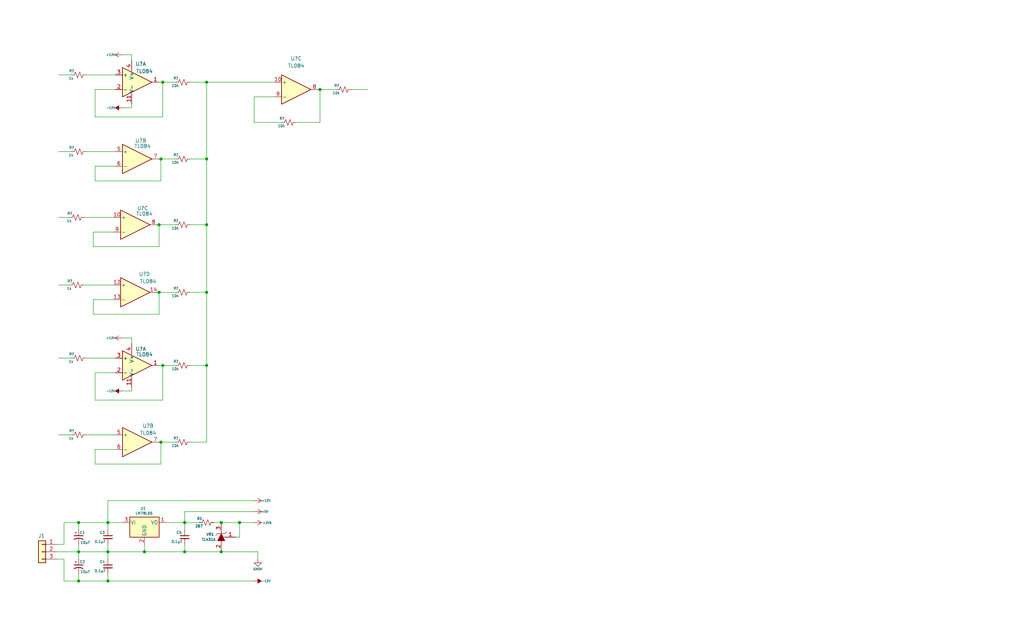
<source format=kicad_sch>
(kicad_sch (version 20211123) (generator eeschema)

  (uuid a290419b-0276-44cb-adec-ecfe9513e31e)

  (paper "USLegal")

  (title_block
    (title "Synth #2")
    (date "2023-07-27")
    (rev "0.1")
    (company "      MLE Tech                  Cedar Park, TX")
    (comment 2 "In Development")
  )

  (lib_symbols
    (symbol "Amplifier_Operational:TL084" (pin_names (offset 0.127)) (in_bom yes) (on_board yes)
      (property "Reference" "U" (id 0) (at 0 5.08 0)
        (effects (font (size 1.27 1.27)) (justify left))
      )
      (property "Value" "TL084" (id 1) (at 0 -5.08 0)
        (effects (font (size 1.27 1.27)) (justify left))
      )
      (property "Footprint" "" (id 2) (at -1.27 2.54 0)
        (effects (font (size 1.27 1.27)) hide)
      )
      (property "Datasheet" "http://www.ti.com/lit/ds/symlink/tl081.pdf" (id 3) (at 1.27 5.08 0)
        (effects (font (size 1.27 1.27)) hide)
      )
      (property "ki_locked" "" (id 4) (at 0 0 0)
        (effects (font (size 1.27 1.27)))
      )
      (property "ki_keywords" "quad opamp" (id 5) (at 0 0 0)
        (effects (font (size 1.27 1.27)) hide)
      )
      (property "ki_description" "Quad JFET-Input Operational Amplifiers, DIP-14/SOIC-14/SSOP-14" (id 6) (at 0 0 0)
        (effects (font (size 1.27 1.27)) hide)
      )
      (property "ki_fp_filters" "SOIC*3.9x8.7mm*P1.27mm* DIP*W7.62mm* TSSOP*4.4x5mm*P0.65mm* SSOP*5.3x6.2mm*P0.65mm* MSOP*3x3mm*P0.5mm*" (id 7) (at 0 0 0)
        (effects (font (size 1.27 1.27)) hide)
      )
      (symbol "TL084_1_1"
        (polyline
          (pts
            (xy -5.08 5.08)
            (xy 5.08 0)
            (xy -5.08 -5.08)
            (xy -5.08 5.08)
          )
          (stroke (width 0.254) (type default) (color 0 0 0 0))
          (fill (type background))
        )
        (pin output line (at 7.62 0 180) (length 2.54)
          (name "~" (effects (font (size 1.27 1.27))))
          (number "1" (effects (font (size 1.27 1.27))))
        )
        (pin input line (at -7.62 -2.54 0) (length 2.54)
          (name "-" (effects (font (size 1.27 1.27))))
          (number "2" (effects (font (size 1.27 1.27))))
        )
        (pin input line (at -7.62 2.54 0) (length 2.54)
          (name "+" (effects (font (size 1.27 1.27))))
          (number "3" (effects (font (size 1.27 1.27))))
        )
      )
      (symbol "TL084_2_1"
        (polyline
          (pts
            (xy -5.08 5.08)
            (xy 5.08 0)
            (xy -5.08 -5.08)
            (xy -5.08 5.08)
          )
          (stroke (width 0.254) (type default) (color 0 0 0 0))
          (fill (type background))
        )
        (pin input line (at -7.62 2.54 0) (length 2.54)
          (name "+" (effects (font (size 1.27 1.27))))
          (number "5" (effects (font (size 1.27 1.27))))
        )
        (pin input line (at -7.62 -2.54 0) (length 2.54)
          (name "-" (effects (font (size 1.27 1.27))))
          (number "6" (effects (font (size 1.27 1.27))))
        )
        (pin output line (at 7.62 0 180) (length 2.54)
          (name "~" (effects (font (size 1.27 1.27))))
          (number "7" (effects (font (size 1.27 1.27))))
        )
      )
      (symbol "TL084_3_1"
        (polyline
          (pts
            (xy -5.08 5.08)
            (xy 5.08 0)
            (xy -5.08 -5.08)
            (xy -5.08 5.08)
          )
          (stroke (width 0.254) (type default) (color 0 0 0 0))
          (fill (type background))
        )
        (pin input line (at -7.62 2.54 0) (length 2.54)
          (name "+" (effects (font (size 1.27 1.27))))
          (number "10" (effects (font (size 1.27 1.27))))
        )
        (pin output line (at 7.62 0 180) (length 2.54)
          (name "~" (effects (font (size 1.27 1.27))))
          (number "8" (effects (font (size 1.27 1.27))))
        )
        (pin input line (at -7.62 -2.54 0) (length 2.54)
          (name "-" (effects (font (size 1.27 1.27))))
          (number "9" (effects (font (size 1.27 1.27))))
        )
      )
      (symbol "TL084_4_1"
        (polyline
          (pts
            (xy -5.08 5.08)
            (xy 5.08 0)
            (xy -5.08 -5.08)
            (xy -5.08 5.08)
          )
          (stroke (width 0.254) (type default) (color 0 0 0 0))
          (fill (type background))
        )
        (pin input line (at -7.62 2.54 0) (length 2.54)
          (name "+" (effects (font (size 1.27 1.27))))
          (number "12" (effects (font (size 1.27 1.27))))
        )
        (pin input line (at -7.62 -2.54 0) (length 2.54)
          (name "-" (effects (font (size 1.27 1.27))))
          (number "13" (effects (font (size 1.27 1.27))))
        )
        (pin output line (at 7.62 0 180) (length 2.54)
          (name "~" (effects (font (size 1.27 1.27))))
          (number "14" (effects (font (size 1.27 1.27))))
        )
      )
      (symbol "TL084_5_1"
        (pin power_in line (at -2.54 -7.62 90) (length 3.81)
          (name "V-" (effects (font (size 1.27 1.27))))
          (number "11" (effects (font (size 1.27 1.27))))
        )
        (pin power_in line (at -2.54 7.62 270) (length 3.81)
          (name "V+" (effects (font (size 1.27 1.27))))
          (number "4" (effects (font (size 1.27 1.27))))
        )
      )
    )
    (symbol "Connector_Generic:Conn_01x03" (pin_names (offset 1.016) hide) (in_bom yes) (on_board yes)
      (property "Reference" "J" (id 0) (at 0 5.08 0)
        (effects (font (size 1.27 1.27)))
      )
      (property "Value" "Conn_01x03" (id 1) (at 0 -5.08 0)
        (effects (font (size 1.27 1.27)))
      )
      (property "Footprint" "" (id 2) (at 0 0 0)
        (effects (font (size 1.27 1.27)) hide)
      )
      (property "Datasheet" "~" (id 3) (at 0 0 0)
        (effects (font (size 1.27 1.27)) hide)
      )
      (property "ki_keywords" "connector" (id 4) (at 0 0 0)
        (effects (font (size 1.27 1.27)) hide)
      )
      (property "ki_description" "Generic connector, single row, 01x03, script generated (kicad-library-utils/schlib/autogen/connector/)" (id 5) (at 0 0 0)
        (effects (font (size 1.27 1.27)) hide)
      )
      (property "ki_fp_filters" "Connector*:*_1x??_*" (id 6) (at 0 0 0)
        (effects (font (size 1.27 1.27)) hide)
      )
      (symbol "Conn_01x03_1_1"
        (rectangle (start -1.27 -2.413) (end 0 -2.667)
          (stroke (width 0.1524) (type default) (color 0 0 0 0))
          (fill (type none))
        )
        (rectangle (start -1.27 0.127) (end 0 -0.127)
          (stroke (width 0.1524) (type default) (color 0 0 0 0))
          (fill (type none))
        )
        (rectangle (start -1.27 2.667) (end 0 2.413)
          (stroke (width 0.1524) (type default) (color 0 0 0 0))
          (fill (type none))
        )
        (rectangle (start -1.27 3.81) (end 1.27 -3.81)
          (stroke (width 0.254) (type default) (color 0 0 0 0))
          (fill (type background))
        )
        (pin passive line (at -5.08 2.54 0) (length 3.81)
          (name "Pin_1" (effects (font (size 1.27 1.27))))
          (number "1" (effects (font (size 1.27 1.27))))
        )
        (pin passive line (at -5.08 0 0) (length 3.81)
          (name "Pin_2" (effects (font (size 1.27 1.27))))
          (number "2" (effects (font (size 1.27 1.27))))
        )
        (pin passive line (at -5.08 -2.54 0) (length 3.81)
          (name "Pin_3" (effects (font (size 1.27 1.27))))
          (number "3" (effects (font (size 1.27 1.27))))
        )
      )
    )
    (symbol "Device:C_Polarized_Small_US" (pin_numbers hide) (pin_names (offset 0.254) hide) (in_bom yes) (on_board yes)
      (property "Reference" "C" (id 0) (at 0.254 1.778 0)
        (effects (font (size 1.27 1.27)) (justify left))
      )
      (property "Value" "C_Polarized_Small_US" (id 1) (at 0.254 -2.032 0)
        (effects (font (size 1.27 1.27)) (justify left))
      )
      (property "Footprint" "" (id 2) (at 0 0 0)
        (effects (font (size 1.27 1.27)) hide)
      )
      (property "Datasheet" "~" (id 3) (at 0 0 0)
        (effects (font (size 1.27 1.27)) hide)
      )
      (property "ki_keywords" "cap capacitor" (id 4) (at 0 0 0)
        (effects (font (size 1.27 1.27)) hide)
      )
      (property "ki_description" "Polarized capacitor, small US symbol" (id 5) (at 0 0 0)
        (effects (font (size 1.27 1.27)) hide)
      )
      (property "ki_fp_filters" "CP_*" (id 6) (at 0 0 0)
        (effects (font (size 1.27 1.27)) hide)
      )
      (symbol "C_Polarized_Small_US_0_1"
        (polyline
          (pts
            (xy -1.524 0.508)
            (xy 1.524 0.508)
          )
          (stroke (width 0.3048) (type default) (color 0 0 0 0))
          (fill (type none))
        )
        (polyline
          (pts
            (xy -1.27 1.524)
            (xy -0.762 1.524)
          )
          (stroke (width 0) (type default) (color 0 0 0 0))
          (fill (type none))
        )
        (polyline
          (pts
            (xy -1.016 1.27)
            (xy -1.016 1.778)
          )
          (stroke (width 0) (type default) (color 0 0 0 0))
          (fill (type none))
        )
        (arc (start 1.524 -0.762) (mid 0 -0.3734) (end -1.524 -0.762)
          (stroke (width 0.3048) (type default) (color 0 0 0 0))
          (fill (type none))
        )
      )
      (symbol "C_Polarized_Small_US_1_1"
        (pin passive line (at 0 2.54 270) (length 2.032)
          (name "~" (effects (font (size 1.27 1.27))))
          (number "1" (effects (font (size 1.27 1.27))))
        )
        (pin passive line (at 0 -2.54 90) (length 2.032)
          (name "~" (effects (font (size 1.27 1.27))))
          (number "2" (effects (font (size 1.27 1.27))))
        )
      )
    )
    (symbol "Device:C_Small" (pin_numbers hide) (pin_names (offset 0.254) hide) (in_bom yes) (on_board yes)
      (property "Reference" "C" (id 0) (at 0.254 1.778 0)
        (effects (font (size 1.27 1.27)) (justify left))
      )
      (property "Value" "C_Small" (id 1) (at 0.254 -2.032 0)
        (effects (font (size 1.27 1.27)) (justify left))
      )
      (property "Footprint" "" (id 2) (at 0 0 0)
        (effects (font (size 1.27 1.27)) hide)
      )
      (property "Datasheet" "~" (id 3) (at 0 0 0)
        (effects (font (size 1.27 1.27)) hide)
      )
      (property "ki_keywords" "capacitor cap" (id 4) (at 0 0 0)
        (effects (font (size 1.27 1.27)) hide)
      )
      (property "ki_description" "Unpolarized capacitor, small symbol" (id 5) (at 0 0 0)
        (effects (font (size 1.27 1.27)) hide)
      )
      (property "ki_fp_filters" "C_*" (id 6) (at 0 0 0)
        (effects (font (size 1.27 1.27)) hide)
      )
      (symbol "C_Small_0_1"
        (polyline
          (pts
            (xy -1.524 -0.508)
            (xy 1.524 -0.508)
          )
          (stroke (width 0.3302) (type default) (color 0 0 0 0))
          (fill (type none))
        )
        (polyline
          (pts
            (xy -1.524 0.508)
            (xy 1.524 0.508)
          )
          (stroke (width 0.3048) (type default) (color 0 0 0 0))
          (fill (type none))
        )
      )
      (symbol "C_Small_1_1"
        (pin passive line (at 0 2.54 270) (length 2.032)
          (name "~" (effects (font (size 1.27 1.27))))
          (number "1" (effects (font (size 1.27 1.27))))
        )
        (pin passive line (at 0 -2.54 90) (length 2.032)
          (name "~" (effects (font (size 1.27 1.27))))
          (number "2" (effects (font (size 1.27 1.27))))
        )
      )
    )
    (symbol "Device:R_Small_US" (pin_numbers hide) (pin_names (offset 0.254) hide) (in_bom yes) (on_board yes)
      (property "Reference" "R" (id 0) (at 0.762 0.508 0)
        (effects (font (size 1.27 1.27)) (justify left))
      )
      (property "Value" "R_Small_US" (id 1) (at 0.762 -1.016 0)
        (effects (font (size 1.27 1.27)) (justify left))
      )
      (property "Footprint" "" (id 2) (at 0 0 0)
        (effects (font (size 1.27 1.27)) hide)
      )
      (property "Datasheet" "~" (id 3) (at 0 0 0)
        (effects (font (size 1.27 1.27)) hide)
      )
      (property "ki_keywords" "r resistor" (id 4) (at 0 0 0)
        (effects (font (size 1.27 1.27)) hide)
      )
      (property "ki_description" "Resistor, small US symbol" (id 5) (at 0 0 0)
        (effects (font (size 1.27 1.27)) hide)
      )
      (property "ki_fp_filters" "R_*" (id 6) (at 0 0 0)
        (effects (font (size 1.27 1.27)) hide)
      )
      (symbol "R_Small_US_1_1"
        (polyline
          (pts
            (xy 0 0)
            (xy 1.016 -0.381)
            (xy 0 -0.762)
            (xy -1.016 -1.143)
            (xy 0 -1.524)
          )
          (stroke (width 0) (type default) (color 0 0 0 0))
          (fill (type none))
        )
        (polyline
          (pts
            (xy 0 1.524)
            (xy 1.016 1.143)
            (xy 0 0.762)
            (xy -1.016 0.381)
            (xy 0 0)
          )
          (stroke (width 0) (type default) (color 0 0 0 0))
          (fill (type none))
        )
        (pin passive line (at 0 2.54 270) (length 1.016)
          (name "~" (effects (font (size 1.27 1.27))))
          (number "1" (effects (font (size 1.27 1.27))))
        )
        (pin passive line (at 0 -2.54 90) (length 1.016)
          (name "~" (effects (font (size 1.27 1.27))))
          (number "2" (effects (font (size 1.27 1.27))))
        )
      )
    )
    (symbol "Regulator_Linear:LM78L05_TO92" (pin_names (offset 0.254)) (in_bom yes) (on_board yes)
      (property "Reference" "U" (id 0) (at -3.81 3.175 0)
        (effects (font (size 1.27 1.27)))
      )
      (property "Value" "LM78L05_TO92" (id 1) (at 0 3.175 0)
        (effects (font (size 1.27 1.27)) (justify left))
      )
      (property "Footprint" "Package_TO_SOT_THT:TO-92_Inline" (id 2) (at 0 5.715 0)
        (effects (font (size 1.27 1.27) italic) hide)
      )
      (property "Datasheet" "https://www.onsemi.com/pub/Collateral/MC78L06A-D.pdf" (id 3) (at 0 -1.27 0)
        (effects (font (size 1.27 1.27)) hide)
      )
      (property "ki_keywords" "Voltage Regulator 100mA Positive" (id 4) (at 0 0 0)
        (effects (font (size 1.27 1.27)) hide)
      )
      (property "ki_description" "Positive 100mA 30V Linear Regulator, Fixed Output 5V, TO-92" (id 5) (at 0 0 0)
        (effects (font (size 1.27 1.27)) hide)
      )
      (property "ki_fp_filters" "TO?92*" (id 6) (at 0 0 0)
        (effects (font (size 1.27 1.27)) hide)
      )
      (symbol "LM78L05_TO92_0_1"
        (rectangle (start -5.08 -5.08) (end 5.08 1.905)
          (stroke (width 0.254) (type default) (color 0 0 0 0))
          (fill (type background))
        )
      )
      (symbol "LM78L05_TO92_1_1"
        (pin power_out line (at 7.62 0 180) (length 2.54)
          (name "VO" (effects (font (size 1.27 1.27))))
          (number "1" (effects (font (size 1.27 1.27))))
        )
        (pin power_in line (at 0 -7.62 90) (length 2.54)
          (name "GND" (effects (font (size 1.27 1.27))))
          (number "2" (effects (font (size 1.27 1.27))))
        )
        (pin power_in line (at -7.62 0 0) (length 2.54)
          (name "VI" (effects (font (size 1.27 1.27))))
          (number "3" (effects (font (size 1.27 1.27))))
        )
      )
    )
    (symbol "dk_PMIC-Voltage-Reference:TL431CLPM" (pin_names (offset 0) hide) (in_bom yes) (on_board yes)
      (property "Reference" "VR" (id 0) (at -2.54 3.175 0)
        (effects (font (size 1.27 1.27)))
      )
      (property "Value" "TL431CLPM" (id 1) (at -5.715 0 90)
        (effects (font (size 1.27 1.27)))
      )
      (property "Footprint" "digikey-footprints:TO-92-3_Formed_Leads" (id 2) (at 5.08 5.08 0)
        (effects (font (size 1.27 1.27)) (justify left) hide)
      )
      (property "Datasheet" "http://www.ti.com/general/docs/suppproductinfo.tsp?distId=10&gotoUrl=http%3A%2F%2Fwww.ti.com%2Flit%2Fgpn%2Ftl431" (id 3) (at 5.08 7.62 0)
        (effects (font (size 1.524 1.524)) (justify left) hide)
      )
      (property "Digi-Key_PN" "296-26717-1-ND" (id 4) (at 5.08 10.16 0)
        (effects (font (size 1.524 1.524)) (justify left) hide)
      )
      (property "MPN" "TL431CLPM" (id 5) (at 5.08 12.7 0)
        (effects (font (size 1.524 1.524)) (justify left) hide)
      )
      (property "Category" "Integrated Circuits (ICs)" (id 6) (at 5.08 15.24 0)
        (effects (font (size 1.524 1.524)) (justify left) hide)
      )
      (property "Family" "PMIC - Voltage Reference" (id 7) (at 5.08 17.78 0)
        (effects (font (size 1.524 1.524)) (justify left) hide)
      )
      (property "DK_Datasheet_Link" "http://www.ti.com/general/docs/suppproductinfo.tsp?distId=10&gotoUrl=http%3A%2F%2Fwww.ti.com%2Flit%2Fgpn%2Ftl431" (id 8) (at 5.08 20.32 0)
        (effects (font (size 1.524 1.524)) (justify left) hide)
      )
      (property "DK_Detail_Page" "/product-detail/en/texas-instruments/TL431CLPM/296-26717-1-ND/2256072" (id 9) (at 5.08 22.86 0)
        (effects (font (size 1.524 1.524)) (justify left) hide)
      )
      (property "Description" "IC VREF SHUNT ADJ TO92-3" (id 10) (at 5.08 25.4 0)
        (effects (font (size 1.524 1.524)) (justify left) hide)
      )
      (property "Manufacturer" "Texas Instruments" (id 11) (at 5.08 27.94 0)
        (effects (font (size 1.524 1.524)) (justify left) hide)
      )
      (property "Status" "Active" (id 12) (at 5.08 30.48 0)
        (effects (font (size 1.524 1.524)) (justify left) hide)
      )
      (property "ki_keywords" "296-26717-1-ND" (id 13) (at 0 0 0)
        (effects (font (size 1.27 1.27)) hide)
      )
      (property "ki_description" "IC VREF SHUNT ADJ TO92-3" (id 14) (at 0 0 0)
        (effects (font (size 1.27 1.27)) hide)
      )
      (symbol "TL431CLPM_0_1"
        (polyline
          (pts
            (xy -1.905 0.635)
            (xy -1.27 1.27)
          )
          (stroke (width 0) (type default) (color 0 0 0 0))
          (fill (type none))
        )
        (polyline
          (pts
            (xy -1.27 1.27)
            (xy 1.27 1.27)
          )
          (stroke (width 0) (type default) (color 0 0 0 0))
          (fill (type none))
        )
        (polyline
          (pts
            (xy 0.635 0)
            (xy 1.27 0)
          )
          (stroke (width 0) (type default) (color 0 0 0 0))
          (fill (type none))
        )
        (polyline
          (pts
            (xy 1.27 1.27)
            (xy 1.905 1.905)
          )
          (stroke (width 0) (type default) (color 0 0 0 0))
          (fill (type none))
        )
        (polyline
          (pts
            (xy -1.27 -1.27)
            (xy 1.27 -1.27)
            (xy 0 1.27)
            (xy -1.27 -1.27)
          )
          (stroke (width 0) (type default) (color 0 0 0 0))
          (fill (type outline))
        )
      )
      (symbol "TL431CLPM_1_1"
        (pin passive line (at 5.08 0 180) (length 3.81)
          (name "REF" (effects (font (size 1.27 1.27))))
          (number "1" (effects (font (size 1.27 1.27))))
        )
        (pin passive line (at 0 -5.08 90) (length 3.81)
          (name "A" (effects (font (size 1.27 1.27))))
          (number "2" (effects (font (size 1.27 1.27))))
        )
        (pin passive line (at 0 5.08 270) (length 3.81)
          (name "K" (effects (font (size 1.27 1.27))))
          (number "3" (effects (font (size 1.27 1.27))))
        )
      )
    )
    (symbol "power:+12V" (power) (pin_names (offset 0)) (in_bom yes) (on_board yes)
      (property "Reference" "#PWR" (id 0) (at 0 -3.81 0)
        (effects (font (size 1.27 1.27)) hide)
      )
      (property "Value" "+12V" (id 1) (at 0 3.556 0)
        (effects (font (size 1.27 1.27)))
      )
      (property "Footprint" "" (id 2) (at 0 0 0)
        (effects (font (size 1.27 1.27)) hide)
      )
      (property "Datasheet" "" (id 3) (at 0 0 0)
        (effects (font (size 1.27 1.27)) hide)
      )
      (property "ki_keywords" "power-flag" (id 4) (at 0 0 0)
        (effects (font (size 1.27 1.27)) hide)
      )
      (property "ki_description" "Power symbol creates a global label with name \"+12V\"" (id 5) (at 0 0 0)
        (effects (font (size 1.27 1.27)) hide)
      )
      (symbol "+12V_0_1"
        (polyline
          (pts
            (xy -0.762 1.27)
            (xy 0 2.54)
          )
          (stroke (width 0) (type default) (color 0 0 0 0))
          (fill (type none))
        )
        (polyline
          (pts
            (xy 0 0)
            (xy 0 2.54)
          )
          (stroke (width 0) (type default) (color 0 0 0 0))
          (fill (type none))
        )
        (polyline
          (pts
            (xy 0 2.54)
            (xy 0.762 1.27)
          )
          (stroke (width 0) (type default) (color 0 0 0 0))
          (fill (type none))
        )
      )
      (symbol "+12V_1_1"
        (pin power_in line (at 0 0 90) (length 0) hide
          (name "+12V" (effects (font (size 1.27 1.27))))
          (number "1" (effects (font (size 1.27 1.27))))
        )
      )
    )
    (symbol "power:+2V5" (power) (pin_names (offset 0)) (in_bom yes) (on_board yes)
      (property "Reference" "#PWR" (id 0) (at 0 -3.81 0)
        (effects (font (size 1.27 1.27)) hide)
      )
      (property "Value" "+2V5" (id 1) (at 0 3.556 0)
        (effects (font (size 1.27 1.27)))
      )
      (property "Footprint" "" (id 2) (at 0 0 0)
        (effects (font (size 1.27 1.27)) hide)
      )
      (property "Datasheet" "" (id 3) (at 0 0 0)
        (effects (font (size 1.27 1.27)) hide)
      )
      (property "ki_keywords" "power-flag" (id 4) (at 0 0 0)
        (effects (font (size 1.27 1.27)) hide)
      )
      (property "ki_description" "Power symbol creates a global label with name \"+2V5\"" (id 5) (at 0 0 0)
        (effects (font (size 1.27 1.27)) hide)
      )
      (symbol "+2V5_0_1"
        (polyline
          (pts
            (xy -0.762 1.27)
            (xy 0 2.54)
          )
          (stroke (width 0) (type default) (color 0 0 0 0))
          (fill (type none))
        )
        (polyline
          (pts
            (xy 0 0)
            (xy 0 2.54)
          )
          (stroke (width 0) (type default) (color 0 0 0 0))
          (fill (type none))
        )
        (polyline
          (pts
            (xy 0 2.54)
            (xy 0.762 1.27)
          )
          (stroke (width 0) (type default) (color 0 0 0 0))
          (fill (type none))
        )
      )
      (symbol "+2V5_1_1"
        (pin power_in line (at 0 0 90) (length 0) hide
          (name "+2V5" (effects (font (size 1.27 1.27))))
          (number "1" (effects (font (size 1.27 1.27))))
        )
      )
    )
    (symbol "power:+5V" (power) (pin_names (offset 0)) (in_bom yes) (on_board yes)
      (property "Reference" "#PWR" (id 0) (at 0 -3.81 0)
        (effects (font (size 1.27 1.27)) hide)
      )
      (property "Value" "+5V" (id 1) (at 0 3.556 0)
        (effects (font (size 1.27 1.27)))
      )
      (property "Footprint" "" (id 2) (at 0 0 0)
        (effects (font (size 1.27 1.27)) hide)
      )
      (property "Datasheet" "" (id 3) (at 0 0 0)
        (effects (font (size 1.27 1.27)) hide)
      )
      (property "ki_keywords" "power-flag" (id 4) (at 0 0 0)
        (effects (font (size 1.27 1.27)) hide)
      )
      (property "ki_description" "Power symbol creates a global label with name \"+5V\"" (id 5) (at 0 0 0)
        (effects (font (size 1.27 1.27)) hide)
      )
      (symbol "+5V_0_1"
        (polyline
          (pts
            (xy -0.762 1.27)
            (xy 0 2.54)
          )
          (stroke (width 0) (type default) (color 0 0 0 0))
          (fill (type none))
        )
        (polyline
          (pts
            (xy 0 0)
            (xy 0 2.54)
          )
          (stroke (width 0) (type default) (color 0 0 0 0))
          (fill (type none))
        )
        (polyline
          (pts
            (xy 0 2.54)
            (xy 0.762 1.27)
          )
          (stroke (width 0) (type default) (color 0 0 0 0))
          (fill (type none))
        )
      )
      (symbol "+5V_1_1"
        (pin power_in line (at 0 0 90) (length 0) hide
          (name "+5V" (effects (font (size 1.27 1.27))))
          (number "1" (effects (font (size 1.27 1.27))))
        )
      )
    )
    (symbol "power:-12V" (power) (pin_names (offset 0)) (in_bom yes) (on_board yes)
      (property "Reference" "#PWR" (id 0) (at 0 2.54 0)
        (effects (font (size 1.27 1.27)) hide)
      )
      (property "Value" "-12V" (id 1) (at 0 3.81 0)
        (effects (font (size 1.27 1.27)))
      )
      (property "Footprint" "" (id 2) (at 0 0 0)
        (effects (font (size 1.27 1.27)) hide)
      )
      (property "Datasheet" "" (id 3) (at 0 0 0)
        (effects (font (size 1.27 1.27)) hide)
      )
      (property "ki_keywords" "power-flag" (id 4) (at 0 0 0)
        (effects (font (size 1.27 1.27)) hide)
      )
      (property "ki_description" "Power symbol creates a global label with name \"-12V\"" (id 5) (at 0 0 0)
        (effects (font (size 1.27 1.27)) hide)
      )
      (symbol "-12V_0_0"
        (pin power_in line (at 0 0 90) (length 0) hide
          (name "-12V" (effects (font (size 1.27 1.27))))
          (number "1" (effects (font (size 1.27 1.27))))
        )
      )
      (symbol "-12V_0_1"
        (polyline
          (pts
            (xy 0 0)
            (xy 0 1.27)
            (xy 0.762 1.27)
            (xy 0 2.54)
            (xy -0.762 1.27)
            (xy 0 1.27)
          )
          (stroke (width 0) (type default) (color 0 0 0 0))
          (fill (type outline))
        )
      )
    )
    (symbol "power:GNDA" (power) (pin_names (offset 0)) (in_bom yes) (on_board yes)
      (property "Reference" "#PWR" (id 0) (at 0 -6.35 0)
        (effects (font (size 1.27 1.27)) hide)
      )
      (property "Value" "GNDA" (id 1) (at 0 -3.81 0)
        (effects (font (size 1.27 1.27)))
      )
      (property "Footprint" "" (id 2) (at 0 0 0)
        (effects (font (size 1.27 1.27)) hide)
      )
      (property "Datasheet" "" (id 3) (at 0 0 0)
        (effects (font (size 1.27 1.27)) hide)
      )
      (property "ki_keywords" "power-flag" (id 4) (at 0 0 0)
        (effects (font (size 1.27 1.27)) hide)
      )
      (property "ki_description" "Power symbol creates a global label with name \"GNDA\" , analog ground" (id 5) (at 0 0 0)
        (effects (font (size 1.27 1.27)) hide)
      )
      (symbol "GNDA_0_1"
        (polyline
          (pts
            (xy 0 0)
            (xy 0 -1.27)
            (xy 1.27 -1.27)
            (xy 0 -2.54)
            (xy -1.27 -1.27)
            (xy 0 -1.27)
          )
          (stroke (width 0) (type default) (color 0 0 0 0))
          (fill (type none))
        )
      )
      (symbol "GNDA_1_1"
        (pin power_in line (at 0 0 270) (length 0) hide
          (name "GNDA" (effects (font (size 1.27 1.27))))
          (number "1" (effects (font (size 1.27 1.27))))
        )
      )
    )
  )

  (junction (at 71.755 28.575) (diameter 0) (color 0 0 0 0)
    (uuid 07696b7f-75f8-44ee-ac11-a5072f82d1e9)
  )
  (junction (at 71.755 101.6) (diameter 0) (color 0 0 0 0)
    (uuid 13a7cf3c-478b-4738-993d-97fbfc12655a)
  )
  (junction (at 50.165 191.77) (diameter 0) (color 0 0 0 0)
    (uuid 13d12d25-945d-4868-815a-ab9347687f92)
  )
  (junction (at 55.88 153.67) (diameter 0) (color 0 0 0 0)
    (uuid 157dc1ec-bb82-4f35-b626-62494844a39e)
  )
  (junction (at 37.465 191.77) (diameter 0) (color 0 0 0 0)
    (uuid 1b578b74-7188-4c68-b5a3-cc7157b467a8)
  )
  (junction (at 64.135 191.77) (diameter 0) (color 0 0 0 0)
    (uuid 2fe11bc4-728a-4a28-ae5c-374246a17fb9)
  )
  (junction (at 76.835 191.77) (diameter 0) (color 0 0 0 0)
    (uuid 4a50148d-84d3-4565-bdea-13ee9fa1a603)
  )
  (junction (at 27.305 191.77) (diameter 0) (color 0 0 0 0)
    (uuid 5d5e75d1-1721-473e-af7b-29e61fb4be2c)
  )
  (junction (at 55.245 78.105) (diameter 0) (color 0 0 0 0)
    (uuid 6e0bbd7f-3eb4-4d7d-b83a-4761252be926)
  )
  (junction (at 27.305 201.93) (diameter 0) (color 0 0 0 0)
    (uuid 70023d7b-7c03-4581-be2c-c4fc713f566f)
  )
  (junction (at 55.245 101.6) (diameter 0) (color 0 0 0 0)
    (uuid 73d38ca6-8fd8-41ae-93d0-1b8c6b785515)
  )
  (junction (at 64.135 181.61) (diameter 0) (color 0 0 0 0)
    (uuid 776c22cb-cdf9-4013-b79d-e88b7f0362a7)
  )
  (junction (at 56.515 127) (diameter 0) (color 0 0 0 0)
    (uuid 7c68107e-cb66-47eb-9772-9b5651924e5c)
  )
  (junction (at 71.755 127) (diameter 0) (color 0 0 0 0)
    (uuid 818f0ba1-428c-4c0b-8941-1cefab00f601)
  )
  (junction (at 27.305 181.61) (diameter 0) (color 0 0 0 0)
    (uuid 8a58e897-6528-4a9e-8420-0f69174178b2)
  )
  (junction (at 83.185 181.61) (diameter 0) (color 0 0 0 0)
    (uuid 977a7b97-a47d-4ba2-8252-58593a75f04c)
  )
  (junction (at 37.465 181.61) (diameter 0) (color 0 0 0 0)
    (uuid b3e8b3a2-566f-4c33-8c82-ad1279ca8711)
  )
  (junction (at 56.515 28.575) (diameter 0) (color 0 0 0 0)
    (uuid babc751c-e627-4884-8e4f-cba8c28b0226)
  )
  (junction (at 71.755 78.105) (diameter 0) (color 0 0 0 0)
    (uuid bc68b0b4-c182-418c-8e07-065f93842447)
  )
  (junction (at 76.835 181.61) (diameter 0) (color 0 0 0 0)
    (uuid beeef98d-357a-435b-bf93-7c6ce02949f2)
  )
  (junction (at 71.755 55.245) (diameter 0) (color 0 0 0 0)
    (uuid ca4289b5-00c6-42b7-a07c-2844c926f4ed)
  )
  (junction (at 55.88 55.245) (diameter 0) (color 0 0 0 0)
    (uuid df523568-993d-4be1-87b3-e796a0afd3c2)
  )
  (junction (at 111.125 31.115) (diameter 0) (color 0 0 0 0)
    (uuid e1617940-f82c-4b69-98a8-31021f743186)
  )
  (junction (at 37.465 201.93) (diameter 0) (color 0 0 0 0)
    (uuid f497f40f-a9fc-4924-9985-ab103735317c)
  )

  (wire (pts (xy 45.72 119.38) (xy 45.72 117.475))
    (stroke (width 0) (type default) (color 0 0 0 0))
    (uuid 00fb7240-d978-46d6-8cd7-c41ddfe7ff70)
  )
  (wire (pts (xy 40.005 156.21) (xy 33.02 156.21))
    (stroke (width 0) (type default) (color 0 0 0 0))
    (uuid 02b9f1c3-5c42-417d-9458-32d2542003ea)
  )
  (wire (pts (xy 64.135 189.23) (xy 64.135 191.77))
    (stroke (width 0) (type default) (color 0 0 0 0))
    (uuid 0302bae1-a8e4-4d2e-a3de-771d509a4425)
  )
  (wire (pts (xy 66.04 28.575) (xy 71.755 28.575))
    (stroke (width 0) (type default) (color 0 0 0 0))
    (uuid 05675ebc-b395-4125-8300-9b87405b70ce)
  )
  (wire (pts (xy 64.135 184.15) (xy 64.135 181.61))
    (stroke (width 0) (type default) (color 0 0 0 0))
    (uuid 05a71e75-bfb3-4e8a-8242-09af6dd826b2)
  )
  (wire (pts (xy 71.755 101.6) (xy 71.755 127))
    (stroke (width 0) (type default) (color 0 0 0 0))
    (uuid 0930f8b6-8164-4dec-be90-eff1f076eded)
  )
  (wire (pts (xy 37.465 173.99) (xy 37.465 181.61))
    (stroke (width 0) (type default) (color 0 0 0 0))
    (uuid 0df90cb8-4035-4162-8882-42ab4185c510)
  )
  (wire (pts (xy 55.245 85.725) (xy 55.245 78.105))
    (stroke (width 0) (type default) (color 0 0 0 0))
    (uuid 0e9eae45-4619-4032-828c-ebefce3899ed)
  )
  (wire (pts (xy 64.135 191.77) (xy 76.835 191.77))
    (stroke (width 0) (type default) (color 0 0 0 0))
    (uuid 11e30ba5-69d1-4ec5-b1ed-4bd256e75f56)
  )
  (wire (pts (xy 55.245 78.105) (xy 54.61 78.105))
    (stroke (width 0) (type default) (color 0 0 0 0))
    (uuid 140f5617-31ce-4b37-ade4-1bb621611f2a)
  )
  (wire (pts (xy 64.135 177.8) (xy 88.265 177.8))
    (stroke (width 0) (type default) (color 0 0 0 0))
    (uuid 17b78e45-421c-4e67-8c5c-4fc28141b29e)
  )
  (wire (pts (xy 102.87 42.545) (xy 111.125 42.545))
    (stroke (width 0) (type default) (color 0 0 0 0))
    (uuid 1c0039e3-aa0c-45cd-9204-5db9931e523a)
  )
  (wire (pts (xy 37.465 181.61) (xy 42.545 181.61))
    (stroke (width 0) (type default) (color 0 0 0 0))
    (uuid 1f7bf2d9-7f6a-4f51-a6d1-2f3be6970866)
  )
  (wire (pts (xy 76.835 181.61) (xy 83.185 181.61))
    (stroke (width 0) (type default) (color 0 0 0 0))
    (uuid 251437e4-7fb9-471c-948f-db775cde7b85)
  )
  (wire (pts (xy 29.845 124.46) (xy 40.005 124.46))
    (stroke (width 0) (type default) (color 0 0 0 0))
    (uuid 2782a7c1-b766-4bed-93ba-5ae34815deac)
  )
  (wire (pts (xy 56.515 127) (xy 55.245 127))
    (stroke (width 0) (type default) (color 0 0 0 0))
    (uuid 27a6b1f8-c686-417a-94ea-8c1e04401526)
  )
  (wire (pts (xy 66.04 78.105) (xy 71.755 78.105))
    (stroke (width 0) (type default) (color 0 0 0 0))
    (uuid 281f0e0e-6a9d-4626-a484-2cbc208f04f2)
  )
  (wire (pts (xy 29.845 52.705) (xy 40.005 52.705))
    (stroke (width 0) (type default) (color 0 0 0 0))
    (uuid 2d2e36b6-ca47-4fb5-bdee-47c7be33ec4c)
  )
  (wire (pts (xy 32.385 109.22) (xy 55.245 109.22))
    (stroke (width 0) (type default) (color 0 0 0 0))
    (uuid 3182f5ed-5912-4737-be47-9e9dff3317d2)
  )
  (wire (pts (xy 20.32 124.46) (xy 24.765 124.46))
    (stroke (width 0) (type default) (color 0 0 0 0))
    (uuid 325434c4-52ef-42aa-abd9-b6646a97c643)
  )
  (wire (pts (xy 37.465 201.93) (xy 88.265 201.93))
    (stroke (width 0) (type default) (color 0 0 0 0))
    (uuid 344b675a-c93c-4c72-885d-b0c73e963320)
  )
  (wire (pts (xy 83.185 181.61) (xy 88.265 181.61))
    (stroke (width 0) (type default) (color 0 0 0 0))
    (uuid 38474df4-4602-4112-a780-18c02d6b35d6)
  )
  (wire (pts (xy 71.755 28.575) (xy 71.755 55.245))
    (stroke (width 0) (type default) (color 0 0 0 0))
    (uuid 3c4f2015-28af-478a-8673-af19636739b9)
  )
  (wire (pts (xy 40.005 129.54) (xy 33.02 129.54))
    (stroke (width 0) (type default) (color 0 0 0 0))
    (uuid 3dcdb0c6-cf48-4c9a-b7b4-cfd193979374)
  )
  (wire (pts (xy 40.005 57.785) (xy 33.02 57.785))
    (stroke (width 0) (type default) (color 0 0 0 0))
    (uuid 3e9449bd-7143-4608-953e-38ef377a8ea0)
  )
  (wire (pts (xy 27.305 194.31) (xy 27.305 191.77))
    (stroke (width 0) (type default) (color 0 0 0 0))
    (uuid 3f06e020-f7af-469e-9f70-304e5057f884)
  )
  (wire (pts (xy 55.245 101.6) (xy 60.96 101.6))
    (stroke (width 0) (type default) (color 0 0 0 0))
    (uuid 4070821e-ea32-499a-a525-350df477043b)
  )
  (wire (pts (xy 19.685 191.77) (xy 27.305 191.77))
    (stroke (width 0) (type default) (color 0 0 0 0))
    (uuid 416715ff-cc9c-4ff8-aad6-0bdf1c305fa5)
  )
  (wire (pts (xy 71.755 78.105) (xy 71.755 101.6))
    (stroke (width 0) (type default) (color 0 0 0 0))
    (uuid 43a0c1b6-cea2-480d-9390-0aee908deb0d)
  )
  (wire (pts (xy 37.465 194.31) (xy 37.465 191.77))
    (stroke (width 0) (type default) (color 0 0 0 0))
    (uuid 463d4abf-fbee-4f73-8c37-e0241edea9f5)
  )
  (wire (pts (xy 69.215 181.61) (xy 64.135 181.61))
    (stroke (width 0) (type default) (color 0 0 0 0))
    (uuid 482efbef-c43f-4196-9d22-8f2213fb8f2e)
  )
  (wire (pts (xy 56.515 40.64) (xy 56.515 28.575))
    (stroke (width 0) (type default) (color 0 0 0 0))
    (uuid 4845fe08-9e4a-44c6-a81b-36e0664ebd8e)
  )
  (wire (pts (xy 32.385 80.645) (xy 32.385 85.725))
    (stroke (width 0) (type default) (color 0 0 0 0))
    (uuid 49bfd31c-5aea-4480-9a7f-eeeee57a655e)
  )
  (wire (pts (xy 71.755 28.575) (xy 95.25 28.575))
    (stroke (width 0) (type default) (color 0 0 0 0))
    (uuid 4c5f8e14-549f-4851-a91d-55656d0e7eb4)
  )
  (wire (pts (xy 37.465 201.93) (xy 27.305 201.93))
    (stroke (width 0) (type default) (color 0 0 0 0))
    (uuid 53cc396e-b010-4d8c-9407-6711eb1695b4)
  )
  (wire (pts (xy 37.465 191.77) (xy 50.165 191.77))
    (stroke (width 0) (type default) (color 0 0 0 0))
    (uuid 54c1d38c-d524-47f9-ac70-78e6eff3c5e0)
  )
  (wire (pts (xy 45.72 20.955) (xy 45.72 19.05))
    (stroke (width 0) (type default) (color 0 0 0 0))
    (uuid 55279f59-81cf-46a0-b684-181c64dc1f69)
  )
  (wire (pts (xy 33.02 31.115) (xy 33.02 40.64))
    (stroke (width 0) (type default) (color 0 0 0 0))
    (uuid 59f4f7bc-b5e8-462d-9686-3ad924cd3db8)
  )
  (wire (pts (xy 71.755 127) (xy 71.755 153.67))
    (stroke (width 0) (type default) (color 0 0 0 0))
    (uuid 5b412d2e-77a6-46b5-8c03-707583e97e78)
  )
  (wire (pts (xy 27.305 181.61) (xy 22.225 181.61))
    (stroke (width 0) (type default) (color 0 0 0 0))
    (uuid 5f4a3065-c1b6-4d0f-bb02-043e6fe0c4cf)
  )
  (wire (pts (xy 55.88 153.67) (xy 55.245 153.67))
    (stroke (width 0) (type default) (color 0 0 0 0))
    (uuid 66604ac5-1a0f-4936-9bda-c8dcae62da78)
  )
  (wire (pts (xy 56.515 139.065) (xy 56.515 127))
    (stroke (width 0) (type default) (color 0 0 0 0))
    (uuid 688e0cfb-10b5-490f-b2e8-7f6f2f7b13b2)
  )
  (wire (pts (xy 83.185 186.69) (xy 83.185 181.61))
    (stroke (width 0) (type default) (color 0 0 0 0))
    (uuid 689fcfee-328b-4a05-b62d-97cbb5193f7c)
  )
  (wire (pts (xy 56.515 28.575) (xy 55.245 28.575))
    (stroke (width 0) (type default) (color 0 0 0 0))
    (uuid 6a9a153d-c6c1-43c2-a3ab-5f198dbfc929)
  )
  (wire (pts (xy 20.32 99.06) (xy 24.13 99.06))
    (stroke (width 0) (type default) (color 0 0 0 0))
    (uuid 6e947637-8d1a-4d5a-b63e-bdea7c2672b6)
  )
  (wire (pts (xy 95.25 33.655) (xy 88.265 33.655))
    (stroke (width 0) (type default) (color 0 0 0 0))
    (uuid 6fa6aa67-fcf5-40a0-8755-8a59cb956dc9)
  )
  (wire (pts (xy 20.32 26.035) (xy 24.765 26.035))
    (stroke (width 0) (type default) (color 0 0 0 0))
    (uuid 7243aa16-8a87-48c6-8b9a-1283a5069e80)
  )
  (wire (pts (xy 27.305 199.39) (xy 27.305 201.93))
    (stroke (width 0) (type default) (color 0 0 0 0))
    (uuid 756fadb1-8283-463f-8098-19286493428e)
  )
  (wire (pts (xy 76.835 191.77) (xy 89.535 191.77))
    (stroke (width 0) (type default) (color 0 0 0 0))
    (uuid 773899db-5f47-4c5d-ae8e-9ae708afa277)
  )
  (wire (pts (xy 33.02 40.64) (xy 56.515 40.64))
    (stroke (width 0) (type default) (color 0 0 0 0))
    (uuid 7e8cd589-8d1e-4599-9f42-7aa926c9f0cf)
  )
  (wire (pts (xy 71.755 101.6) (xy 66.04 101.6))
    (stroke (width 0) (type default) (color 0 0 0 0))
    (uuid 80baf56d-7732-409e-9b21-83cf98445ac9)
  )
  (wire (pts (xy 22.225 194.31) (xy 19.685 194.31))
    (stroke (width 0) (type default) (color 0 0 0 0))
    (uuid 80db1749-d1e2-4361-905c-4ca1936fffff)
  )
  (wire (pts (xy 20.32 151.13) (xy 24.765 151.13))
    (stroke (width 0) (type default) (color 0 0 0 0))
    (uuid 83720b1f-5a5b-4805-ae31-0672ace000d7)
  )
  (wire (pts (xy 55.88 153.67) (xy 60.96 153.67))
    (stroke (width 0) (type default) (color 0 0 0 0))
    (uuid 85584d2f-628c-4106-9b1b-612f823953ec)
  )
  (wire (pts (xy 33.02 139.065) (xy 56.515 139.065))
    (stroke (width 0) (type default) (color 0 0 0 0))
    (uuid 874cfbf8-d0ca-41a9-a8f4-2418e211f770)
  )
  (wire (pts (xy 27.305 189.23) (xy 27.305 191.77))
    (stroke (width 0) (type default) (color 0 0 0 0))
    (uuid 8c1495e4-6772-4148-9023-2485b1bee406)
  )
  (wire (pts (xy 55.245 101.6) (xy 54.61 101.6))
    (stroke (width 0) (type default) (color 0 0 0 0))
    (uuid 8d706e96-a5d2-4e36-a259-e8f16027d3a1)
  )
  (wire (pts (xy 42.545 117.475) (xy 45.72 117.475))
    (stroke (width 0) (type default) (color 0 0 0 0))
    (uuid 8e4348cf-89dc-4e4f-adb7-9e94c0b10f95)
  )
  (wire (pts (xy 55.88 161.29) (xy 55.88 153.67))
    (stroke (width 0) (type default) (color 0 0 0 0))
    (uuid 8eff76ea-d926-4901-be1c-6d4548915010)
  )
  (wire (pts (xy 33.02 161.29) (xy 55.88 161.29))
    (stroke (width 0) (type default) (color 0 0 0 0))
    (uuid 90d0bbe1-fb93-4bcc-8d9b-b797b400bf33)
  )
  (wire (pts (xy 29.21 75.565) (xy 39.37 75.565))
    (stroke (width 0) (type default) (color 0 0 0 0))
    (uuid 917153fa-9d90-4d02-a485-8d08065584c2)
  )
  (wire (pts (xy 88.265 42.545) (xy 97.79 42.545))
    (stroke (width 0) (type default) (color 0 0 0 0))
    (uuid 92e6f41e-e2d2-4abb-8421-49379af0b468)
  )
  (wire (pts (xy 66.04 127) (xy 71.755 127))
    (stroke (width 0) (type default) (color 0 0 0 0))
    (uuid 961f3188-f9cc-4e64-ab11-f6a2bea8b516)
  )
  (wire (pts (xy 64.135 177.8) (xy 64.135 181.61))
    (stroke (width 0) (type default) (color 0 0 0 0))
    (uuid 96f22cad-66b5-400c-9053-d7745bec2f7d)
  )
  (wire (pts (xy 111.125 31.115) (xy 116.84 31.115))
    (stroke (width 0) (type default) (color 0 0 0 0))
    (uuid 9b7c432c-05e0-447e-ab94-adefe619ea48)
  )
  (wire (pts (xy 88.265 33.655) (xy 88.265 42.545))
    (stroke (width 0) (type default) (color 0 0 0 0))
    (uuid 9d27f324-bacb-4c31-a358-bb28aa877eb6)
  )
  (wire (pts (xy 55.88 55.245) (xy 55.245 55.245))
    (stroke (width 0) (type default) (color 0 0 0 0))
    (uuid 9d932e92-3765-4dce-8b13-878d776ce2d0)
  )
  (wire (pts (xy 55.245 109.22) (xy 55.245 101.6))
    (stroke (width 0) (type default) (color 0 0 0 0))
    (uuid 9dd772fb-3b31-4fc6-aed3-31f869cf18a4)
  )
  (wire (pts (xy 42.545 19.05) (xy 45.72 19.05))
    (stroke (width 0) (type default) (color 0 0 0 0))
    (uuid a0dda78f-b615-4f8e-bfae-9fece247f93d)
  )
  (wire (pts (xy 20.32 75.565) (xy 24.13 75.565))
    (stroke (width 0) (type default) (color 0 0 0 0))
    (uuid a1ec5ddc-1ad5-4afa-b757-01c678b9a9ab)
  )
  (wire (pts (xy 42.545 37.465) (xy 45.72 37.465))
    (stroke (width 0) (type default) (color 0 0 0 0))
    (uuid a59f9203-2247-4497-a890-15ed386da86d)
  )
  (wire (pts (xy 55.88 62.865) (xy 55.88 55.245))
    (stroke (width 0) (type default) (color 0 0 0 0))
    (uuid a6fc392e-772b-40ec-9510-8d581d12bd3f)
  )
  (wire (pts (xy 55.245 78.105) (xy 60.96 78.105))
    (stroke (width 0) (type default) (color 0 0 0 0))
    (uuid a85a077d-85ad-490b-bd11-9aacf160293d)
  )
  (wire (pts (xy 45.72 36.195) (xy 45.72 37.465))
    (stroke (width 0) (type default) (color 0 0 0 0))
    (uuid abf14c60-0547-45c8-ad86-6d77e1d0e399)
  )
  (wire (pts (xy 33.02 57.785) (xy 33.02 62.865))
    (stroke (width 0) (type default) (color 0 0 0 0))
    (uuid ac16efb0-0c1b-4f77-800b-10022b509b8d)
  )
  (wire (pts (xy 111.125 31.115) (xy 110.49 31.115))
    (stroke (width 0) (type default) (color 0 0 0 0))
    (uuid ad848521-98f2-4ba7-9be5-d1dbf86e0472)
  )
  (wire (pts (xy 22.225 181.61) (xy 22.225 189.23))
    (stroke (width 0) (type default) (color 0 0 0 0))
    (uuid ae06ac72-db20-4a3b-b201-b2d82c2a446c)
  )
  (wire (pts (xy 37.465 199.39) (xy 37.465 201.93))
    (stroke (width 0) (type default) (color 0 0 0 0))
    (uuid ae6218a5-e996-4fc1-9027-c817d8ad48a7)
  )
  (wire (pts (xy 22.225 201.93) (xy 22.225 194.31))
    (stroke (width 0) (type default) (color 0 0 0 0))
    (uuid b268d902-8481-4ff0-8a15-eaad71fd9a29)
  )
  (wire (pts (xy 27.305 191.77) (xy 37.465 191.77))
    (stroke (width 0) (type default) (color 0 0 0 0))
    (uuid b374690d-9416-45fe-a15a-034c39a53bb1)
  )
  (wire (pts (xy 32.385 85.725) (xy 55.245 85.725))
    (stroke (width 0) (type default) (color 0 0 0 0))
    (uuid b4347759-31f0-423a-9016-0f8cf7601912)
  )
  (wire (pts (xy 33.02 129.54) (xy 33.02 139.065))
    (stroke (width 0) (type default) (color 0 0 0 0))
    (uuid b499dd4b-16ce-45f5-af2e-a9a8b1d56aa7)
  )
  (wire (pts (xy 29.21 99.06) (xy 39.37 99.06))
    (stroke (width 0) (type default) (color 0 0 0 0))
    (uuid b6941331-8922-4fd6-92e8-fe523d9b18a4)
  )
  (wire (pts (xy 27.305 201.93) (xy 22.225 201.93))
    (stroke (width 0) (type default) (color 0 0 0 0))
    (uuid b6e96c22-0a00-4acb-97f4-f879282d7db8)
  )
  (wire (pts (xy 50.165 189.23) (xy 50.165 191.77))
    (stroke (width 0) (type default) (color 0 0 0 0))
    (uuid b7191293-e421-474d-90af-12cb5cc4cfa3)
  )
  (wire (pts (xy 29.845 26.035) (xy 40.005 26.035))
    (stroke (width 0) (type default) (color 0 0 0 0))
    (uuid b7ef77bb-923c-414d-8d91-07f38a663ae2)
  )
  (wire (pts (xy 121.92 31.115) (xy 127.635 31.115))
    (stroke (width 0) (type default) (color 0 0 0 0))
    (uuid bedfddcc-4d20-47d6-ac43-d892105e0f79)
  )
  (wire (pts (xy 88.265 173.99) (xy 37.465 173.99))
    (stroke (width 0) (type default) (color 0 0 0 0))
    (uuid c02e7c45-4cb4-4728-be3b-4e59dea8a42a)
  )
  (wire (pts (xy 50.165 191.77) (xy 64.135 191.77))
    (stroke (width 0) (type default) (color 0 0 0 0))
    (uuid c4526513-d618-4317-aac6-cbf596ce4f31)
  )
  (wire (pts (xy 40.005 31.115) (xy 33.02 31.115))
    (stroke (width 0) (type default) (color 0 0 0 0))
    (uuid c67860ea-3558-44f8-a4f5-9b9a38cb5157)
  )
  (wire (pts (xy 71.755 55.245) (xy 71.755 78.105))
    (stroke (width 0) (type default) (color 0 0 0 0))
    (uuid c6c005bb-e378-48cd-b0b1-4eaeb88e5147)
  )
  (wire (pts (xy 29.845 151.13) (xy 40.005 151.13))
    (stroke (width 0) (type default) (color 0 0 0 0))
    (uuid cd8e7626-c955-4d2e-9a11-bed7855cffa0)
  )
  (wire (pts (xy 111.125 31.115) (xy 111.125 42.545))
    (stroke (width 0) (type default) (color 0 0 0 0))
    (uuid cec0a15f-75f5-4922-bd57-b996f38cfd7b)
  )
  (wire (pts (xy 56.515 28.575) (xy 60.96 28.575))
    (stroke (width 0) (type default) (color 0 0 0 0))
    (uuid cf0334fb-7591-4c5b-8b0f-8d21f3e4e15c)
  )
  (wire (pts (xy 66.04 153.67) (xy 71.755 153.67))
    (stroke (width 0) (type default) (color 0 0 0 0))
    (uuid d09d4f73-beef-41fc-8147-922361cb51b7)
  )
  (wire (pts (xy 32.385 104.14) (xy 32.385 109.22))
    (stroke (width 0) (type default) (color 0 0 0 0))
    (uuid d1edc43f-a80a-411e-bda0-93e55b6e7e08)
  )
  (wire (pts (xy 33.02 156.21) (xy 33.02 161.29))
    (stroke (width 0) (type default) (color 0 0 0 0))
    (uuid d4054a9f-a2df-42f2-b0d1-e1f018d86ac9)
  )
  (wire (pts (xy 37.465 181.61) (xy 27.305 181.61))
    (stroke (width 0) (type default) (color 0 0 0 0))
    (uuid d471d295-f2d5-4404-9a10-d78f5809ac8d)
  )
  (wire (pts (xy 37.465 181.61) (xy 37.465 184.15))
    (stroke (width 0) (type default) (color 0 0 0 0))
    (uuid d9abf482-c178-429c-b281-e822e793b826)
  )
  (wire (pts (xy 66.04 55.245) (xy 71.755 55.245))
    (stroke (width 0) (type default) (color 0 0 0 0))
    (uuid dbc52509-a369-4dd7-91f9-d0c68429f5ac)
  )
  (wire (pts (xy 20.32 52.705) (xy 24.765 52.705))
    (stroke (width 0) (type default) (color 0 0 0 0))
    (uuid dd09bb43-19a8-49d5-b5de-6f233f7277f1)
  )
  (wire (pts (xy 37.465 189.23) (xy 37.465 191.77))
    (stroke (width 0) (type default) (color 0 0 0 0))
    (uuid e1b7ce51-947c-4638-b9bb-4ca78d79bdaa)
  )
  (wire (pts (xy 56.515 127) (xy 60.96 127))
    (stroke (width 0) (type default) (color 0 0 0 0))
    (uuid e2337c50-ad8b-442e-9493-c5a58a3df524)
  )
  (wire (pts (xy 76.835 181.61) (xy 74.295 181.61))
    (stroke (width 0) (type default) (color 0 0 0 0))
    (uuid e24a1435-a2ea-419b-b8f9-f5e927e21820)
  )
  (wire (pts (xy 39.37 80.645) (xy 32.385 80.645))
    (stroke (width 0) (type default) (color 0 0 0 0))
    (uuid e3669ae0-31ba-4e1f-b31e-48ac02f269e9)
  )
  (wire (pts (xy 89.535 194.31) (xy 89.535 191.77))
    (stroke (width 0) (type default) (color 0 0 0 0))
    (uuid e390d411-7d4c-443f-b82e-77a65d1521ef)
  )
  (wire (pts (xy 57.785 181.61) (xy 64.135 181.61))
    (stroke (width 0) (type default) (color 0 0 0 0))
    (uuid e9aa953e-09ae-4594-bf7a-edea27dfa5e8)
  )
  (wire (pts (xy 27.305 181.61) (xy 27.305 184.15))
    (stroke (width 0) (type default) (color 0 0 0 0))
    (uuid e9ae1397-2339-4d09-917f-bfade6486ea9)
  )
  (wire (pts (xy 81.915 186.69) (xy 83.185 186.69))
    (stroke (width 0) (type default) (color 0 0 0 0))
    (uuid ecb6091c-90fc-4674-9c6a-cf0b274fe817)
  )
  (wire (pts (xy 55.88 55.245) (xy 60.96 55.245))
    (stroke (width 0) (type default) (color 0 0 0 0))
    (uuid ecfee2e4-ab07-425f-acb2-db71bfb69b41)
  )
  (wire (pts (xy 33.02 62.865) (xy 55.88 62.865))
    (stroke (width 0) (type default) (color 0 0 0 0))
    (uuid f3eceda6-abab-49a0-a297-daef3454af68)
  )
  (wire (pts (xy 45.72 134.62) (xy 45.72 135.89))
    (stroke (width 0) (type default) (color 0 0 0 0))
    (uuid f99002f5-8c19-49d1-ad66-99f2367ffe19)
  )
  (wire (pts (xy 42.545 135.89) (xy 45.72 135.89))
    (stroke (width 0) (type default) (color 0 0 0 0))
    (uuid fca0026d-2eb7-41df-a73d-34f2921192a6)
  )
  (wire (pts (xy 22.225 189.23) (xy 19.685 189.23))
    (stroke (width 0) (type default) (color 0 0 0 0))
    (uuid fe4c3a12-fbd6-420e-a449-455c75ca151c)
  )
  (wire (pts (xy 39.37 104.14) (xy 32.385 104.14))
    (stroke (width 0) (type default) (color 0 0 0 0))
    (uuid ff61e68a-bb54-4a43-a5fb-2852bcd72c22)
  )

  (symbol (lib_id "Device:R_Small_US") (at 27.305 52.705 90) (unit 1)
    (in_bom yes) (on_board yes)
    (uuid 01d17577-9d09-4fbc-add6-4e35cf60461a)
    (property "Reference" "R?" (id 0) (at 24.892 51.3334 90)
      (effects (font (size 0.889 0.889)))
    )
    (property "Value" "1k" (id 1) (at 24.6888 53.9242 90)
      (effects (font (size 0.889 0.889)))
    )
    (property "Footprint" "" (id 2) (at 27.305 52.705 0)
      (effects (font (size 1.27 1.27)) hide)
    )
    (property "Datasheet" "~" (id 3) (at 27.305 52.705 0)
      (effects (font (size 1.27 1.27)) hide)
    )
    (pin "1" (uuid d8dc61ba-c192-4b13-bc33-42c57e29c6e7))
    (pin "2" (uuid 13c08117-1cf7-4a8f-af13-e2e364697f87))
  )

  (symbol (lib_id "Device:R_Small_US") (at 27.305 151.13 90) (unit 1)
    (in_bom yes) (on_board yes)
    (uuid 0633e29f-bfc2-4313-bdc4-61992e7f6b25)
    (property "Reference" "R?" (id 0) (at 24.892 149.7584 90)
      (effects (font (size 0.889 0.889)))
    )
    (property "Value" "1k" (id 1) (at 24.6888 152.3492 90)
      (effects (font (size 0.889 0.889)))
    )
    (property "Footprint" "" (id 2) (at 27.305 151.13 0)
      (effects (font (size 1.27 1.27)) hide)
    )
    (property "Datasheet" "~" (id 3) (at 27.305 151.13 0)
      (effects (font (size 1.27 1.27)) hide)
    )
    (pin "1" (uuid e2f2c044-aa05-47c1-9405-02f7a2c23ef6))
    (pin "2" (uuid 22a23656-9879-42e0-81f6-8bda3d229f3e))
  )

  (symbol (lib_id "Device:R_Small_US") (at 26.67 75.565 90) (unit 1)
    (in_bom yes) (on_board yes)
    (uuid 07ce982d-5b6a-45c9-9bf6-73553f35f904)
    (property "Reference" "R?" (id 0) (at 24.257 74.1934 90)
      (effects (font (size 0.889 0.889)))
    )
    (property "Value" "1k" (id 1) (at 24.0538 76.7842 90)
      (effects (font (size 0.889 0.889)))
    )
    (property "Footprint" "" (id 2) (at 26.67 75.565 0)
      (effects (font (size 1.27 1.27)) hide)
    )
    (property "Datasheet" "~" (id 3) (at 26.67 75.565 0)
      (effects (font (size 1.27 1.27)) hide)
    )
    (pin "1" (uuid 9238f278-e076-49d9-bce4-e6f17a8f646e))
    (pin "2" (uuid 57e4d651-c520-42fc-852b-cc92612bd3ae))
  )

  (symbol (lib_id "Amplifier_Operational:TL084") (at 47.625 28.575 0) (unit 1)
    (in_bom yes) (on_board yes)
    (uuid 0b8456f4-e13d-4966-b034-8a2e18be95cc)
    (property "Reference" "U?" (id 0) (at 48.895 22.225 0))
    (property "Value" "TL084" (id 1) (at 50.165 24.765 0))
    (property "Footprint" "" (id 2) (at 46.355 26.035 0)
      (effects (font (size 1.27 1.27)) hide)
    )
    (property "Datasheet" "http://www.ti.com/lit/ds/symlink/tl081.pdf" (id 3) (at 48.895 23.495 0)
      (effects (font (size 1.27 1.27)) hide)
    )
    (pin "1" (uuid e051dcd9-e052-4436-ab30-492a32acf399))
    (pin "2" (uuid 440dd268-3648-48a9-9b07-86498c087b40))
    (pin "3" (uuid f8a96339-ea0d-4cb5-be4e-7e8a109e3abf))
  )

  (symbol (lib_id "Amplifier_Operational:TL084") (at 102.87 31.115 0) (unit 3)
    (in_bom yes) (on_board yes) (fields_autoplaced)
    (uuid 11f5f654-d48b-4f51-9548-5c6ec99543d9)
    (property "Reference" "U?" (id 0) (at 102.87 20.32 0))
    (property "Value" "TL084" (id 1) (at 102.87 22.86 0))
    (property "Footprint" "" (id 2) (at 101.6 28.575 0)
      (effects (font (size 1.27 1.27)) hide)
    )
    (property "Datasheet" "http://www.ti.com/lit/ds/symlink/tl081.pdf" (id 3) (at 104.14 26.035 0)
      (effects (font (size 1.27 1.27)) hide)
    )
    (pin "10" (uuid a7272f70-6ef6-4e76-b55a-98a929f0c906))
    (pin "8" (uuid 6415fa0c-403a-4649-8d8b-eeff7126be85))
    (pin "9" (uuid 1e042bf3-39ab-4f34-b3ff-a7967de8d1c8))
  )

  (symbol (lib_id "Amplifier_Operational:TL084") (at 46.99 78.105 0) (unit 3)
    (in_bom yes) (on_board yes)
    (uuid 1501d6d5-fef0-4049-b1d4-13d1e9fcef30)
    (property "Reference" "U?" (id 0) (at 49.53 72.39 0))
    (property "Value" "TL084" (id 1) (at 50.165 74.295 0))
    (property "Footprint" "" (id 2) (at 45.72 75.565 0)
      (effects (font (size 1.27 1.27)) hide)
    )
    (property "Datasheet" "http://www.ti.com/lit/ds/symlink/tl081.pdf" (id 3) (at 48.26 73.025 0)
      (effects (font (size 1.27 1.27)) hide)
    )
    (pin "10" (uuid d116389c-ba01-42a3-a484-9c4ccaf1d244))
    (pin "8" (uuid aa0ae4c1-c022-49c6-8320-06dc2c20b3f2))
    (pin "9" (uuid 45d303c3-a74c-495f-8852-e39ad2d090f1))
  )

  (symbol (lib_id "Amplifier_Operational:TL084") (at 47.625 153.67 0) (unit 2)
    (in_bom yes) (on_board yes)
    (uuid 160f04d4-14ff-4c6c-937d-1cf3e8bfe590)
    (property "Reference" "U?" (id 0) (at 51.435 147.955 0))
    (property "Value" "TL084" (id 1) (at 51.435 150.495 0))
    (property "Footprint" "" (id 2) (at 46.355 151.13 0)
      (effects (font (size 1.27 1.27)) hide)
    )
    (property "Datasheet" "http://www.ti.com/lit/ds/symlink/tl081.pdf" (id 3) (at 48.895 148.59 0)
      (effects (font (size 1.27 1.27)) hide)
    )
    (pin "5" (uuid 2e9689b2-e882-4aaa-9a9f-9aa813be562f))
    (pin "6" (uuid 4e035d93-d0b0-4bf0-a46d-cafc9c315c47))
    (pin "7" (uuid bafb1481-47bc-4a55-9086-b4f1d8d7dff6))
  )

  (symbol (lib_id "Device:R_Small_US") (at 63.5 78.105 90) (unit 1)
    (in_bom yes) (on_board yes)
    (uuid 21a4c840-856e-4faf-81e5-378b58eea5f7)
    (property "Reference" "R?" (id 0) (at 61.087 76.7334 90)
      (effects (font (size 0.889 0.889)))
    )
    (property "Value" "10k" (id 1) (at 60.8838 79.3242 90)
      (effects (font (size 0.889 0.889)))
    )
    (property "Footprint" "" (id 2) (at 63.5 78.105 0)
      (effects (font (size 1.27 1.27)) hide)
    )
    (property "Datasheet" "~" (id 3) (at 63.5 78.105 0)
      (effects (font (size 1.27 1.27)) hide)
    )
    (pin "1" (uuid 7f8a5fd1-8084-434c-9db5-3e7abe2cf711))
    (pin "2" (uuid 93a8e93f-1365-42b3-94fb-a7b1537a42f2))
  )

  (symbol (lib_id "Device:C_Small") (at 64.135 186.69 0) (unit 1)
    (in_bom yes) (on_board yes)
    (uuid 22176df1-2fda-42f6-8e5b-e52a09a85b9c)
    (property "Reference" "C5" (id 0) (at 61.2394 185.0898 0)
      (effects (font (size 0.889 0.889)) (justify left))
    )
    (property "Value" "0.1µF" (id 1) (at 59.4868 188.2394 0)
      (effects (font (size 0.889 0.889)) (justify left))
    )
    (property "Footprint" "" (id 2) (at 64.135 186.69 0)
      (effects (font (size 1.27 1.27)) hide)
    )
    (property "Datasheet" "~" (id 3) (at 64.135 186.69 0)
      (effects (font (size 1.27 1.27)) hide)
    )
    (pin "1" (uuid 2d42278e-5022-4110-ac8e-4cbe40887a31))
    (pin "2" (uuid 278e29da-6023-4357-8f4b-507f16949315))
  )

  (symbol (lib_id "Device:R_Small_US") (at 119.38 31.115 90) (unit 1)
    (in_bom yes) (on_board yes)
    (uuid 25b08720-8d7e-4b68-ab7b-b2ed2ace5c4f)
    (property "Reference" "R?" (id 0) (at 116.967 29.7434 90)
      (effects (font (size 0.889 0.889)))
    )
    (property "Value" "10k" (id 1) (at 116.7638 32.3342 90)
      (effects (font (size 0.889 0.889)))
    )
    (property "Footprint" "" (id 2) (at 119.38 31.115 0)
      (effects (font (size 1.27 1.27)) hide)
    )
    (property "Datasheet" "~" (id 3) (at 119.38 31.115 0)
      (effects (font (size 1.27 1.27)) hide)
    )
    (pin "1" (uuid 69ade762-87af-4c9f-8301-765db62cea7e))
    (pin "2" (uuid 12e37902-ec94-4bcd-b119-87d8355aff1e))
  )

  (symbol (lib_id "dk_PMIC-Voltage-Reference:TL431CLPM") (at 76.835 186.69 0) (unit 1)
    (in_bom yes) (on_board yes)
    (uuid 40e819c8-b395-4093-b8d7-8a4679ed8284)
    (property "Reference" "VR1" (id 0) (at 74.295 185.7374 0)
      (effects (font (size 0.889 0.889)) (justify right))
    )
    (property "Value" "TL431A" (id 1) (at 74.8538 187.5282 0)
      (effects (font (size 0.889 0.889)) (justify right))
    )
    (property "Footprint" "digikey-footprints:TO-92-3_Formed_Leads" (id 2) (at 81.915 181.61 0)
      (effects (font (size 1.27 1.27)) (justify left) hide)
    )
    (property "Datasheet" "http://www.ti.com/general/docs/suppproductinfo.tsp?distId=10&gotoUrl=http%3A%2F%2Fwww.ti.com%2Flit%2Fgpn%2Ftl431" (id 3) (at 81.915 179.07 0)
      (effects (font (size 1.524 1.524)) (justify left) hide)
    )
    (property "Digi-Key_PN" "296-26717-1-ND" (id 4) (at 81.915 176.53 0)
      (effects (font (size 1.524 1.524)) (justify left) hide)
    )
    (property "MPN" "TL431CLPM" (id 5) (at 81.915 173.99 0)
      (effects (font (size 1.524 1.524)) (justify left) hide)
    )
    (property "Category" "Integrated Circuits (ICs)" (id 6) (at 81.915 171.45 0)
      (effects (font (size 1.524 1.524)) (justify left) hide)
    )
    (property "Family" "PMIC - Voltage Reference" (id 7) (at 81.915 168.91 0)
      (effects (font (size 1.524 1.524)) (justify left) hide)
    )
    (property "DK_Datasheet_Link" "http://www.ti.com/general/docs/suppproductinfo.tsp?distId=10&gotoUrl=http%3A%2F%2Fwww.ti.com%2Flit%2Fgpn%2Ftl431" (id 8) (at 81.915 166.37 0)
      (effects (font (size 1.524 1.524)) (justify left) hide)
    )
    (property "DK_Detail_Page" "/product-detail/en/texas-instruments/TL431CLPM/296-26717-1-ND/2256072" (id 9) (at 81.915 163.83 0)
      (effects (font (size 1.524 1.524)) (justify left) hide)
    )
    (property "Description" "IC VREF SHUNT ADJ TO92-3" (id 10) (at 81.915 161.29 0)
      (effects (font (size 1.524 1.524)) (justify left) hide)
    )
    (property "Manufacturer" "Texas Instruments" (id 11) (at 81.915 158.75 0)
      (effects (font (size 1.524 1.524)) (justify left) hide)
    )
    (property "Status" "Active" (id 12) (at 81.915 156.21 0)
      (effects (font (size 1.524 1.524)) (justify left) hide)
    )
    (pin "1" (uuid f87f5403-e1c5-4ed1-8047-b34abde4ff0a))
    (pin "2" (uuid 58375796-92d9-411d-9cc6-be40a27caef2))
    (pin "3" (uuid 7c8e13c9-2470-4a19-8f23-c5219dc4887b))
  )

  (symbol (lib_id "Device:R_Small_US") (at 63.5 28.575 90) (unit 1)
    (in_bom yes) (on_board yes)
    (uuid 4914e901-0663-45b0-9149-0fe2b180bcb1)
    (property "Reference" "R?" (id 0) (at 61.087 27.2034 90)
      (effects (font (size 0.889 0.889)))
    )
    (property "Value" "10k" (id 1) (at 60.8838 29.7942 90)
      (effects (font (size 0.889 0.889)))
    )
    (property "Footprint" "" (id 2) (at 63.5 28.575 0)
      (effects (font (size 1.27 1.27)) hide)
    )
    (property "Datasheet" "~" (id 3) (at 63.5 28.575 0)
      (effects (font (size 1.27 1.27)) hide)
    )
    (pin "1" (uuid 98cf3061-bed9-4c85-9380-f980f4615a94))
    (pin "2" (uuid 647d1901-7d84-4331-977f-13b03212da80))
  )

  (symbol (lib_id "power:GNDA") (at 89.535 194.31 0) (unit 1)
    (in_bom yes) (on_board yes)
    (uuid 4babf3d3-1770-42fe-82ed-09b99c0fdbd8)
    (property "Reference" "#PWR05" (id 0) (at 89.535 200.66 0)
      (effects (font (size 1.27 1.27)) hide)
    )
    (property "Value" "GNDA" (id 1) (at 89.4842 197.7644 0)
      (effects (font (size 0.762 0.762)))
    )
    (property "Footprint" "" (id 2) (at 89.535 194.31 0)
      (effects (font (size 1.27 1.27)) hide)
    )
    (property "Datasheet" "" (id 3) (at 89.535 194.31 0)
      (effects (font (size 1.27 1.27)) hide)
    )
    (pin "1" (uuid 74b48808-81aa-433f-8eff-4c758557ebad))
  )

  (symbol (lib_id "power:+2V5") (at 88.265 181.61 270) (mirror x) (unit 1)
    (in_bom yes) (on_board yes)
    (uuid 4c23f453-1211-488f-96a7-ebefe6ab9afd)
    (property "Reference" "#PWR03" (id 0) (at 84.455 181.61 0)
      (effects (font (size 1.27 1.27)) hide)
    )
    (property "Value" "+2V5" (id 1) (at 91.1606 181.737 90)
      (effects (font (size 0.762 0.762)) (justify left))
    )
    (property "Footprint" "" (id 2) (at 88.265 181.61 0)
      (effects (font (size 1.27 1.27)) hide)
    )
    (property "Datasheet" "" (id 3) (at 88.265 181.61 0)
      (effects (font (size 1.27 1.27)) hide)
    )
    (pin "1" (uuid 880420a8-892a-44aa-9b6a-e850c24c80b4))
  )

  (symbol (lib_id "power:+5V") (at 88.265 177.8 270) (unit 1)
    (in_bom yes) (on_board yes)
    (uuid 5068b4cf-56fa-4e3e-9399-8b5b19bbf9af)
    (property "Reference" "#PWR02" (id 0) (at 84.455 177.8 0)
      (effects (font (size 1.27 1.27)) hide)
    )
    (property "Value" "+5V" (id 1) (at 90.805 177.8 90)
      (effects (font (size 0.762 0.762)) (justify left))
    )
    (property "Footprint" "" (id 2) (at 88.265 177.8 0)
      (effects (font (size 1.27 1.27)) hide)
    )
    (property "Datasheet" "" (id 3) (at 88.265 177.8 0)
      (effects (font (size 1.27 1.27)) hide)
    )
    (pin "1" (uuid a87c4c2d-3ea8-4d76-8ff8-4fc5846bd2f7))
  )

  (symbol (lib_id "Device:C_Small") (at 37.465 196.85 0) (unit 1)
    (in_bom yes) (on_board yes)
    (uuid 5ab0cf65-ef3f-4289-bd76-6c2291ef6228)
    (property "Reference" "C4" (id 0) (at 34.5694 195.2498 0)
      (effects (font (size 0.889 0.889)) (justify left))
    )
    (property "Value" "0.1µF" (id 1) (at 32.8168 198.3994 0)
      (effects (font (size 0.889 0.889)) (justify left))
    )
    (property "Footprint" "" (id 2) (at 37.465 196.85 0)
      (effects (font (size 1.27 1.27)) hide)
    )
    (property "Datasheet" "~" (id 3) (at 37.465 196.85 0)
      (effects (font (size 1.27 1.27)) hide)
    )
    (pin "1" (uuid 98de00ad-f313-427f-ad86-cd3d20c08353))
    (pin "2" (uuid fb1799ee-0a1b-4e93-bd9e-627c372d7238))
  )

  (symbol (lib_id "Connector_Generic:Conn_01x03") (at 14.605 191.77 0) (mirror y) (unit 1)
    (in_bom yes) (on_board yes)
    (uuid 63cc467b-a227-4d25-a860-a67f87eb8e3b)
    (property "Reference" "J1" (id 0) (at 14.4018 186.2328 0))
    (property "Value" "Conn_01x03" (id 1) (at 14.605 184.785 0)
      (effects (font (size 1.27 1.27)) hide)
    )
    (property "Footprint" "" (id 2) (at 14.605 191.77 0)
      (effects (font (size 1.27 1.27)) hide)
    )
    (property "Datasheet" "~" (id 3) (at 14.605 191.77 0)
      (effects (font (size 1.27 1.27)) hide)
    )
    (pin "1" (uuid ee79283f-f8a7-457c-9aee-6d302f16552a))
    (pin "2" (uuid 4dea2153-193b-465e-880e-e38433b4b551))
    (pin "3" (uuid d1d423fa-2e2d-4b99-a3a3-7cd23f6c90de))
  )

  (symbol (lib_id "Amplifier_Operational:TL084") (at 48.26 127 0) (unit 5)
    (in_bom yes) (on_board yes) (fields_autoplaced)
    (uuid 66005554-4dfd-4d8d-9089-1b3c6b5f0af5)
    (property "Reference" "U?" (id 0) (at 46.99 126.9999 0)
      (effects (font (size 1.27 1.27)) (justify left) hide)
    )
    (property "Value" "TL084" (id 1) (at 46.99 128.2699 0)
      (effects (font (size 1.27 1.27)) (justify left) hide)
    )
    (property "Footprint" "" (id 2) (at 46.99 124.46 0)
      (effects (font (size 1.27 1.27)) hide)
    )
    (property "Datasheet" "http://www.ti.com/lit/ds/symlink/tl081.pdf" (id 3) (at 49.53 121.92 0)
      (effects (font (size 1.27 1.27)) hide)
    )
    (pin "11" (uuid e86a701e-5630-4b8f-81c3-661f6eb6593e))
    (pin "4" (uuid 94a2814e-cb2d-4efc-a1ea-3fbb2f787627))
  )

  (symbol (lib_id "power:-12V") (at 42.545 37.465 90) (unit 1)
    (in_bom yes) (on_board yes)
    (uuid 6e0a2b18-4fec-444c-85e9-652b9e83d7bc)
    (property "Reference" "#PWR?" (id 0) (at 40.005 37.465 0)
      (effects (font (size 1.27 1.27)) hide)
    )
    (property "Value" "-12V" (id 1) (at 40.005 37.465 90)
      (effects (font (size 0.762 0.762)) (justify left))
    )
    (property "Footprint" "" (id 2) (at 42.545 37.465 0)
      (effects (font (size 1.27 1.27)) hide)
    )
    (property "Datasheet" "" (id 3) (at 42.545 37.465 0)
      (effects (font (size 1.27 1.27)) hide)
    )
    (pin "1" (uuid f2acc69e-4001-4434-82fa-14ad6149d710))
  )

  (symbol (lib_id "Amplifier_Operational:TL084") (at 47.625 55.245 0) (unit 2)
    (in_bom yes) (on_board yes)
    (uuid 7195ab93-ec60-4f2b-9cff-47acf05a7f29)
    (property "Reference" "U?" (id 0) (at 48.895 48.895 0))
    (property "Value" "TL084" (id 1) (at 49.53 50.8 0))
    (property "Footprint" "" (id 2) (at 46.355 52.705 0)
      (effects (font (size 1.27 1.27)) hide)
    )
    (property "Datasheet" "http://www.ti.com/lit/ds/symlink/tl081.pdf" (id 3) (at 48.895 50.165 0)
      (effects (font (size 1.27 1.27)) hide)
    )
    (pin "5" (uuid 3e7f9c33-2b15-4c5f-b0d5-1bf1ba945595))
    (pin "6" (uuid 17c3389c-84ed-423e-9a2c-91417cca5e89))
    (pin "7" (uuid e727fe2a-afd6-4314-9455-4f76c65b6972))
  )

  (symbol (lib_id "Device:R_Small_US") (at 27.305 124.46 90) (unit 1)
    (in_bom yes) (on_board yes)
    (uuid 7c408551-727d-40e3-989c-47589a8db034)
    (property "Reference" "R?" (id 0) (at 24.892 123.0884 90)
      (effects (font (size 0.889 0.889)))
    )
    (property "Value" "1k" (id 1) (at 24.6888 125.6792 90)
      (effects (font (size 0.889 0.889)))
    )
    (property "Footprint" "" (id 2) (at 27.305 124.46 0)
      (effects (font (size 1.27 1.27)) hide)
    )
    (property "Datasheet" "~" (id 3) (at 27.305 124.46 0)
      (effects (font (size 1.27 1.27)) hide)
    )
    (pin "1" (uuid 5223c20d-1564-47b9-91b7-927c7d2d7fd5))
    (pin "2" (uuid db40becc-bd65-42a2-90b7-4d0d15945b40))
  )

  (symbol (lib_id "Device:C_Small") (at 37.465 186.69 0) (unit 1)
    (in_bom yes) (on_board yes)
    (uuid 7df76eec-9385-4cc0-8053-6f03dc810635)
    (property "Reference" "C3" (id 0) (at 34.5694 185.0898 0)
      (effects (font (size 0.889 0.889)) (justify left))
    )
    (property "Value" "0.1µF" (id 1) (at 32.8168 188.2394 0)
      (effects (font (size 0.889 0.889)) (justify left))
    )
    (property "Footprint" "" (id 2) (at 37.465 186.69 0)
      (effects (font (size 1.27 1.27)) hide)
    )
    (property "Datasheet" "~" (id 3) (at 37.465 186.69 0)
      (effects (font (size 1.27 1.27)) hide)
    )
    (pin "1" (uuid 236c2670-d39a-4467-897a-4e00c2a097a1))
    (pin "2" (uuid 60ad6fb2-24e6-4114-8fa8-004936a66f0c))
  )

  (symbol (lib_id "Device:R_Small_US") (at 63.5 127 90) (unit 1)
    (in_bom yes) (on_board yes)
    (uuid 7f979eb2-baf6-4b5b-a089-03694488160f)
    (property "Reference" "R?" (id 0) (at 61.087 125.6284 90)
      (effects (font (size 0.889 0.889)))
    )
    (property "Value" "10k" (id 1) (at 60.8838 128.2192 90)
      (effects (font (size 0.889 0.889)))
    )
    (property "Footprint" "" (id 2) (at 63.5 127 0)
      (effects (font (size 1.27 1.27)) hide)
    )
    (property "Datasheet" "~" (id 3) (at 63.5 127 0)
      (effects (font (size 1.27 1.27)) hide)
    )
    (pin "1" (uuid bd2a68ca-3c1e-434f-87de-6b05c0d4c219))
    (pin "2" (uuid 4a9a692b-2562-4b4b-bed3-f9ef82413420))
  )

  (symbol (lib_id "power:-12V") (at 88.265 201.93 270) (mirror x) (unit 1)
    (in_bom yes) (on_board yes)
    (uuid 8e32a624-e3a6-4572-9d7e-9da0f9d14150)
    (property "Reference" "#PWR04" (id 0) (at 90.805 201.93 0)
      (effects (font (size 1.27 1.27)) hide)
    )
    (property "Value" "-12V" (id 1) (at 90.805 201.93 90)
      (effects (font (size 0.762 0.762)) (justify left))
    )
    (property "Footprint" "" (id 2) (at 88.265 201.93 0)
      (effects (font (size 1.27 1.27)) hide)
    )
    (property "Datasheet" "" (id 3) (at 88.265 201.93 0)
      (effects (font (size 1.27 1.27)) hide)
    )
    (pin "1" (uuid 6835ceb3-7c97-4e0f-b0be-35c86a18691d))
  )

  (symbol (lib_id "Device:R_Small_US") (at 71.755 181.61 90) (unit 1)
    (in_bom yes) (on_board yes)
    (uuid 8f0cf4dc-08b2-4838-9b21-221c351b4801)
    (property "Reference" "R1" (id 0) (at 69.342 180.2384 90)
      (effects (font (size 0.889 0.889)))
    )
    (property "Value" "267" (id 1) (at 69.1388 182.8292 90)
      (effects (font (size 0.889 0.889)))
    )
    (property "Footprint" "" (id 2) (at 71.755 181.61 0)
      (effects (font (size 1.27 1.27)) hide)
    )
    (property "Datasheet" "~" (id 3) (at 71.755 181.61 0)
      (effects (font (size 1.27 1.27)) hide)
    )
    (pin "1" (uuid 128739df-2841-4292-a540-79314889743b))
    (pin "2" (uuid ca84fbb0-0095-4b3e-828a-198a42d56f77))
  )

  (symbol (lib_id "power:+12V") (at 42.545 19.05 90) (unit 1)
    (in_bom yes) (on_board yes)
    (uuid 95dc45ea-5973-4b87-839c-bbe68f4fcca8)
    (property "Reference" "#PWR?" (id 0) (at 46.355 19.05 0)
      (effects (font (size 1.27 1.27)) hide)
    )
    (property "Value" "+12V" (id 1) (at 40.005 19.05 90)
      (effects (font (size 0.762 0.762)) (justify left))
    )
    (property "Footprint" "" (id 2) (at 42.545 19.05 0)
      (effects (font (size 1.27 1.27)) hide)
    )
    (property "Datasheet" "" (id 3) (at 42.545 19.05 0)
      (effects (font (size 1.27 1.27)) hide)
    )
    (pin "1" (uuid 9d4d8e86-5ed7-4628-8872-82464769fb31))
  )

  (symbol (lib_id "Device:R_Small_US") (at 63.5 55.245 90) (unit 1)
    (in_bom yes) (on_board yes)
    (uuid 9ba68c88-e291-4bb0-80d8-90e4d33e24ab)
    (property "Reference" "R?" (id 0) (at 61.087 53.8734 90)
      (effects (font (size 0.889 0.889)))
    )
    (property "Value" "10k" (id 1) (at 60.8838 56.4642 90)
      (effects (font (size 0.889 0.889)))
    )
    (property "Footprint" "" (id 2) (at 63.5 55.245 0)
      (effects (font (size 1.27 1.27)) hide)
    )
    (property "Datasheet" "~" (id 3) (at 63.5 55.245 0)
      (effects (font (size 1.27 1.27)) hide)
    )
    (pin "1" (uuid ed4f1ef6-a3b1-4331-aa4a-cba4a7c685bb))
    (pin "2" (uuid 4edd49e2-c620-43d6-8373-bc43256f7907))
  )

  (symbol (lib_id "Device:R_Small_US") (at 100.33 42.545 90) (unit 1)
    (in_bom yes) (on_board yes)
    (uuid a2371278-9e36-4ca2-a119-628f83c6dd96)
    (property "Reference" "R?" (id 0) (at 97.917 41.1734 90)
      (effects (font (size 0.889 0.889)))
    )
    (property "Value" "10k" (id 1) (at 97.7138 43.7642 90)
      (effects (font (size 0.889 0.889)))
    )
    (property "Footprint" "" (id 2) (at 100.33 42.545 0)
      (effects (font (size 1.27 1.27)) hide)
    )
    (property "Datasheet" "~" (id 3) (at 100.33 42.545 0)
      (effects (font (size 1.27 1.27)) hide)
    )
    (pin "1" (uuid 601984e3-d48f-47c1-b43a-5a57bee507b1))
    (pin "2" (uuid 15366635-75b5-470f-8c9e-d7176f0204fa))
  )

  (symbol (lib_id "Device:R_Small_US") (at 27.305 26.035 90) (unit 1)
    (in_bom yes) (on_board yes)
    (uuid a3a422f3-e1a7-45a6-b875-08c717647746)
    (property "Reference" "R?" (id 0) (at 24.892 24.6634 90)
      (effects (font (size 0.889 0.889)))
    )
    (property "Value" "1k" (id 1) (at 24.6888 27.2542 90)
      (effects (font (size 0.889 0.889)))
    )
    (property "Footprint" "" (id 2) (at 27.305 26.035 0)
      (effects (font (size 1.27 1.27)) hide)
    )
    (property "Datasheet" "~" (id 3) (at 27.305 26.035 0)
      (effects (font (size 1.27 1.27)) hide)
    )
    (pin "1" (uuid a2876080-de45-4da5-8920-2406940382a8))
    (pin "2" (uuid b5352d96-ef10-466b-9f9d-d1d9d821c529))
  )

  (symbol (lib_id "Amplifier_Operational:TL084") (at 47.625 127 0) (unit 1)
    (in_bom yes) (on_board yes)
    (uuid a801b2c8-badd-46af-a6dc-ed2511d2d2bd)
    (property "Reference" "U?" (id 0) (at 48.895 121.285 0))
    (property "Value" "TL084" (id 1) (at 50.165 123.19 0))
    (property "Footprint" "" (id 2) (at 46.355 124.46 0)
      (effects (font (size 1.27 1.27)) hide)
    )
    (property "Datasheet" "http://www.ti.com/lit/ds/symlink/tl081.pdf" (id 3) (at 48.895 121.92 0)
      (effects (font (size 1.27 1.27)) hide)
    )
    (pin "1" (uuid 3e7618fd-15e9-477c-a4ae-f78e5ddf2ca5))
    (pin "2" (uuid 7f2c5fce-772a-41a2-83da-294ad13348cb))
    (pin "3" (uuid 3f6548a6-8081-478f-92cb-d58c9c69c8ac))
  )

  (symbol (lib_id "Device:C_Polarized_Small_US") (at 27.305 196.85 0) (unit 1)
    (in_bom yes) (on_board yes)
    (uuid b7086590-7070-4323-b132-d79cc09db275)
    (property "Reference" "C2" (id 0) (at 27.686 195.2752 0)
      (effects (font (size 0.889 0.889)) (justify left))
    )
    (property "Value" "10µF" (id 1) (at 27.8638 198.6788 0)
      (effects (font (size 0.889 0.889)) (justify left))
    )
    (property "Footprint" "" (id 2) (at 27.305 196.85 0)
      (effects (font (size 1.27 1.27)) hide)
    )
    (property "Datasheet" "~" (id 3) (at 27.305 196.85 0)
      (effects (font (size 1.27 1.27)) hide)
    )
    (pin "1" (uuid d95ccde1-a4be-4582-93f7-fed9582e8eba))
    (pin "2" (uuid 45d1d5d9-0ab6-4bdd-8f39-e11d1a0fd34f))
  )

  (symbol (lib_id "power:+12V") (at 42.545 117.475 90) (unit 1)
    (in_bom yes) (on_board yes)
    (uuid c4948670-08e7-4f12-91f7-f76211e84bf0)
    (property "Reference" "#PWR?" (id 0) (at 46.355 117.475 0)
      (effects (font (size 1.27 1.27)) hide)
    )
    (property "Value" "+12V" (id 1) (at 40.005 117.475 90)
      (effects (font (size 0.762 0.762)) (justify left))
    )
    (property "Footprint" "" (id 2) (at 42.545 117.475 0)
      (effects (font (size 1.27 1.27)) hide)
    )
    (property "Datasheet" "" (id 3) (at 42.545 117.475 0)
      (effects (font (size 1.27 1.27)) hide)
    )
    (pin "1" (uuid ce19a3a2-9531-45f1-b435-29e7ed6e6f83))
  )

  (symbol (lib_id "Device:C_Polarized_Small_US") (at 27.305 186.69 0) (unit 1)
    (in_bom yes) (on_board yes)
    (uuid c56ca61f-49fa-4098-8f2c-f62ea790ade6)
    (property "Reference" "C1" (id 0) (at 27.686 185.1152 0)
      (effects (font (size 0.889 0.889)) (justify left))
    )
    (property "Value" "10µF" (id 1) (at 27.8638 188.5188 0)
      (effects (font (size 0.889 0.889)) (justify left))
    )
    (property "Footprint" "" (id 2) (at 27.305 186.69 0)
      (effects (font (size 1.27 1.27)) hide)
    )
    (property "Datasheet" "~" (id 3) (at 27.305 186.69 0)
      (effects (font (size 1.27 1.27)) hide)
    )
    (pin "1" (uuid b561fb2f-a70e-4253-839b-2efda6bd7a52))
    (pin "2" (uuid 4011e730-9f73-4143-9bf3-0ccc97d0d3a8))
  )

  (symbol (lib_id "power:+12V") (at 88.265 173.99 270) (mirror x) (unit 1)
    (in_bom yes) (on_board yes)
    (uuid d249b7b7-1681-4373-bc57-cb8cd56eba65)
    (property "Reference" "#PWR01" (id 0) (at 84.455 173.99 0)
      (effects (font (size 1.27 1.27)) hide)
    )
    (property "Value" "+12V" (id 1) (at 90.805 173.99 90)
      (effects (font (size 0.762 0.762)) (justify left))
    )
    (property "Footprint" "" (id 2) (at 88.265 173.99 0)
      (effects (font (size 1.27 1.27)) hide)
    )
    (property "Datasheet" "" (id 3) (at 88.265 173.99 0)
      (effects (font (size 1.27 1.27)) hide)
    )
    (pin "1" (uuid d1f06201-5e06-41c9-ba00-e4c11fec0a4d))
  )

  (symbol (lib_id "Device:R_Small_US") (at 63.5 153.67 90) (unit 1)
    (in_bom yes) (on_board yes)
    (uuid ddd8bb7c-c0b9-47c9-bf8f-31f3409bcff0)
    (property "Reference" "R?" (id 0) (at 61.087 152.2984 90)
      (effects (font (size 0.889 0.889)))
    )
    (property "Value" "10k" (id 1) (at 60.8838 154.8892 90)
      (effects (font (size 0.889 0.889)))
    )
    (property "Footprint" "" (id 2) (at 63.5 153.67 0)
      (effects (font (size 1.27 1.27)) hide)
    )
    (property "Datasheet" "~" (id 3) (at 63.5 153.67 0)
      (effects (font (size 1.27 1.27)) hide)
    )
    (pin "1" (uuid 71613d59-ee31-4bbc-be22-d92a7fb3d833))
    (pin "2" (uuid bcff2b3f-eb10-403d-972d-e58255a4b3e3))
  )

  (symbol (lib_id "Device:R_Small_US") (at 63.5 101.6 90) (unit 1)
    (in_bom yes) (on_board yes)
    (uuid e42f03d2-13a1-4c3c-89b1-e51cd4cfc683)
    (property "Reference" "R?" (id 0) (at 61.087 100.2284 90)
      (effects (font (size 0.889 0.889)))
    )
    (property "Value" "10k" (id 1) (at 60.8838 102.8192 90)
      (effects (font (size 0.889 0.889)))
    )
    (property "Footprint" "" (id 2) (at 63.5 101.6 0)
      (effects (font (size 1.27 1.27)) hide)
    )
    (property "Datasheet" "~" (id 3) (at 63.5 101.6 0)
      (effects (font (size 1.27 1.27)) hide)
    )
    (pin "1" (uuid 7855f57e-8b08-4050-bc3b-b5b01c150a9e))
    (pin "2" (uuid cb1ec65d-6d87-4b0a-ae6d-519d9abbbf52))
  )

  (symbol (lib_id "Device:R_Small_US") (at 26.67 99.06 90) (unit 1)
    (in_bom yes) (on_board yes)
    (uuid e76f3b66-22ef-4dce-8420-2d20eca7a1e2)
    (property "Reference" "R?" (id 0) (at 24.257 97.6884 90)
      (effects (font (size 0.889 0.889)))
    )
    (property "Value" "1k" (id 1) (at 24.0538 100.2792 90)
      (effects (font (size 0.889 0.889)))
    )
    (property "Footprint" "" (id 2) (at 26.67 99.06 0)
      (effects (font (size 1.27 1.27)) hide)
    )
    (property "Datasheet" "~" (id 3) (at 26.67 99.06 0)
      (effects (font (size 1.27 1.27)) hide)
    )
    (pin "1" (uuid 21013ace-8928-4bb7-a33b-ad886c864c54))
    (pin "2" (uuid 7bfc5153-120c-4e47-be10-e6627f13ccb7))
  )

  (symbol (lib_id "Amplifier_Operational:TL084") (at 46.99 101.6 0) (unit 4)
    (in_bom yes) (on_board yes)
    (uuid e9d1725e-b55a-4ed8-934d-64409a28ebd8)
    (property "Reference" "U?" (id 0) (at 50.165 95.25 0))
    (property "Value" "TL084" (id 1) (at 51.435 97.79 0))
    (property "Footprint" "" (id 2) (at 45.72 99.06 0)
      (effects (font (size 1.27 1.27)) hide)
    )
    (property "Datasheet" "http://www.ti.com/lit/ds/symlink/tl081.pdf" (id 3) (at 48.26 96.52 0)
      (effects (font (size 1.27 1.27)) hide)
    )
    (pin "12" (uuid 355d35b3-9bbb-4359-a5c2-b461ea89aa3a))
    (pin "13" (uuid aa3ec2c2-4172-4008-b53a-5dd0cbda1cd3))
    (pin "14" (uuid 4fca7dd3-e66b-4306-87c4-8d4cb2b8690b))
  )

  (symbol (lib_id "Regulator_Linear:LM78L05_TO92") (at 50.165 181.61 0) (unit 1)
    (in_bom yes) (on_board yes)
    (uuid eb3fd15d-8d74-4b22-a8e1-7361485ac89a)
    (property "Reference" "U1" (id 0) (at 49.7332 176.6824 0)
      (effects (font (size 0.889 0.889)))
    )
    (property "Value" "LM78L05" (id 1) (at 50.038 178.4096 0)
      (effects (font (size 0.889 0.889)))
    )
    (property "Footprint" "Package_TO_SOT_THT:TO-92_Inline" (id 2) (at 50.165 175.895 0)
      (effects (font (size 1.27 1.27) italic) hide)
    )
    (property "Datasheet" "https://www.onsemi.com/pub/Collateral/MC78L06A-D.pdf" (id 3) (at 50.165 182.88 0)
      (effects (font (size 1.27 1.27)) hide)
    )
    (pin "1" (uuid 93e98c80-1efc-4d7b-bb45-bf5e871aeb20))
    (pin "2" (uuid 17cc11c3-aef3-4d95-b9b6-b3c8cbe35eb9))
    (pin "3" (uuid a190b771-c305-4885-bbc1-0db0e8b38807))
  )

  (symbol (lib_id "power:-12V") (at 42.545 135.89 90) (unit 1)
    (in_bom yes) (on_board yes)
    (uuid f858b75a-b369-46d1-a586-4ed4ed7cb665)
    (property "Reference" "#PWR?" (id 0) (at 40.005 135.89 0)
      (effects (font (size 1.27 1.27)) hide)
    )
    (property "Value" "-12V" (id 1) (at 40.005 135.89 90)
      (effects (font (size 0.762 0.762)) (justify left))
    )
    (property "Footprint" "" (id 2) (at 42.545 135.89 0)
      (effects (font (size 1.27 1.27)) hide)
    )
    (property "Datasheet" "" (id 3) (at 42.545 135.89 0)
      (effects (font (size 1.27 1.27)) hide)
    )
    (pin "1" (uuid 3510cadc-81c0-4924-a666-ac9601db14a8))
  )

  (symbol (lib_id "Amplifier_Operational:TL084") (at 48.26 28.575 0) (unit 5)
    (in_bom yes) (on_board yes) (fields_autoplaced)
    (uuid f94dc9b8-9212-4e7e-8ebc-8e4e55dc98e1)
    (property "Reference" "U?" (id 0) (at 46.99 28.5749 0)
      (effects (font (size 1.27 1.27)) (justify left) hide)
    )
    (property "Value" "TL084" (id 1) (at 46.99 29.8449 0)
      (effects (font (size 1.27 1.27)) (justify left) hide)
    )
    (property "Footprint" "" (id 2) (at 46.99 26.035 0)
      (effects (font (size 1.27 1.27)) hide)
    )
    (property "Datasheet" "http://www.ti.com/lit/ds/symlink/tl081.pdf" (id 3) (at 49.53 23.495 0)
      (effects (font (size 1.27 1.27)) hide)
    )
    (pin "11" (uuid 19de57b9-72b4-44b2-a623-54198c14c5ce))
    (pin "4" (uuid b59ca2c2-6a07-4154-acc6-26137e06c318))
  )

  (sheet_instances
    (path "/" (page "1"))
  )

  (symbol_instances
    (path "/d249b7b7-1681-4373-bc57-cb8cd56eba65"
      (reference "#PWR01") (unit 1) (value "+12V") (footprint "")
    )
    (path "/5068b4cf-56fa-4e3e-9399-8b5b19bbf9af"
      (reference "#PWR02") (unit 1) (value "+5V") (footprint "")
    )
    (path "/4c23f453-1211-488f-96a7-ebefe6ab9afd"
      (reference "#PWR03") (unit 1) (value "+2V5") (footprint "")
    )
    (path "/8e32a624-e3a6-4572-9d7e-9da0f9d14150"
      (reference "#PWR04") (unit 1) (value "-12V") (footprint "")
    )
    (path "/4babf3d3-1770-42fe-82ed-09b99c0fdbd8"
      (reference "#PWR05") (unit 1) (value "GNDA") (footprint "")
    )
    (path "/6e0a2b18-4fec-444c-85e9-652b9e83d7bc"
      (reference "#PWR?") (unit 1) (value "-12V") (footprint "")
    )
    (path "/95dc45ea-5973-4b87-839c-bbe68f4fcca8"
      (reference "#PWR?") (unit 1) (value "+12V") (footprint "")
    )
    (path "/c4948670-08e7-4f12-91f7-f76211e84bf0"
      (reference "#PWR?") (unit 1) (value "+12V") (footprint "")
    )
    (path "/f858b75a-b369-46d1-a586-4ed4ed7cb665"
      (reference "#PWR?") (unit 1) (value "-12V") (footprint "")
    )
    (path "/c56ca61f-49fa-4098-8f2c-f62ea790ade6"
      (reference "C1") (unit 1) (value "10µF") (footprint "")
    )
    (path "/b7086590-7070-4323-b132-d79cc09db275"
      (reference "C2") (unit 1) (value "10µF") (footprint "")
    )
    (path "/7df76eec-9385-4cc0-8053-6f03dc810635"
      (reference "C3") (unit 1) (value "0.1µF") (footprint "")
    )
    (path "/5ab0cf65-ef3f-4289-bd76-6c2291ef6228"
      (reference "C4") (unit 1) (value "0.1µF") (footprint "")
    )
    (path "/22176df1-2fda-42f6-8e5b-e52a09a85b9c"
      (reference "C5") (unit 1) (value "0.1µF") (footprint "")
    )
    (path "/63cc467b-a227-4d25-a860-a67f87eb8e3b"
      (reference "J1") (unit 1) (value "Conn_01x03") (footprint "")
    )
    (path "/8f0cf4dc-08b2-4838-9b21-221c351b4801"
      (reference "R1") (unit 1) (value "267") (footprint "")
    )
    (path "/01d17577-9d09-4fbc-add6-4e35cf60461a"
      (reference "R?") (unit 1) (value "1k") (footprint "")
    )
    (path "/0633e29f-bfc2-4313-bdc4-61992e7f6b25"
      (reference "R?") (unit 1) (value "1k") (footprint "")
    )
    (path "/07ce982d-5b6a-45c9-9bf6-73553f35f904"
      (reference "R?") (unit 1) (value "1k") (footprint "")
    )
    (path "/21a4c840-856e-4faf-81e5-378b58eea5f7"
      (reference "R?") (unit 1) (value "10k") (footprint "")
    )
    (path "/25b08720-8d7e-4b68-ab7b-b2ed2ace5c4f"
      (reference "R?") (unit 1) (value "10k") (footprint "")
    )
    (path "/4914e901-0663-45b0-9149-0fe2b180bcb1"
      (reference "R?") (unit 1) (value "10k") (footprint "")
    )
    (path "/7c408551-727d-40e3-989c-47589a8db034"
      (reference "R?") (unit 1) (value "1k") (footprint "")
    )
    (path "/7f979eb2-baf6-4b5b-a089-03694488160f"
      (reference "R?") (unit 1) (value "10k") (footprint "")
    )
    (path "/9ba68c88-e291-4bb0-80d8-90e4d33e24ab"
      (reference "R?") (unit 1) (value "10k") (footprint "")
    )
    (path "/a2371278-9e36-4ca2-a119-628f83c6dd96"
      (reference "R?") (unit 1) (value "10k") (footprint "")
    )
    (path "/a3a422f3-e1a7-45a6-b875-08c717647746"
      (reference "R?") (unit 1) (value "1k") (footprint "")
    )
    (path "/ddd8bb7c-c0b9-47c9-bf8f-31f3409bcff0"
      (reference "R?") (unit 1) (value "10k") (footprint "")
    )
    (path "/e42f03d2-13a1-4c3c-89b1-e51cd4cfc683"
      (reference "R?") (unit 1) (value "10k") (footprint "")
    )
    (path "/e76f3b66-22ef-4dce-8420-2d20eca7a1e2"
      (reference "R?") (unit 1) (value "1k") (footprint "")
    )
    (path "/eb3fd15d-8d74-4b22-a8e1-7361485ac89a"
      (reference "U1") (unit 1) (value "LM78L05") (footprint "Package_TO_SOT_THT:TO-92_Inline")
    )
    (path "/0b8456f4-e13d-4966-b034-8a2e18be95cc"
      (reference "U?") (unit 1) (value "TL084") (footprint "")
    )
    (path "/a801b2c8-badd-46af-a6dc-ed2511d2d2bd"
      (reference "U?") (unit 1) (value "TL084") (footprint "")
    )
    (path "/160f04d4-14ff-4c6c-937d-1cf3e8bfe590"
      (reference "U?") (unit 2) (value "TL084") (footprint "")
    )
    (path "/7195ab93-ec60-4f2b-9cff-47acf05a7f29"
      (reference "U?") (unit 2) (value "TL084") (footprint "")
    )
    (path "/11f5f654-d48b-4f51-9548-5c6ec99543d9"
      (reference "U?") (unit 3) (value "TL084") (footprint "")
    )
    (path "/1501d6d5-fef0-4049-b1d4-13d1e9fcef30"
      (reference "U?") (unit 3) (value "TL084") (footprint "")
    )
    (path "/e9d1725e-b55a-4ed8-934d-64409a28ebd8"
      (reference "U?") (unit 4) (value "TL084") (footprint "")
    )
    (path "/66005554-4dfd-4d8d-9089-1b3c6b5f0af5"
      (reference "U?") (unit 5) (value "TL084") (footprint "")
    )
    (path "/f94dc9b8-9212-4e7e-8ebc-8e4e55dc98e1"
      (reference "U?") (unit 5) (value "TL084") (footprint "")
    )
    (path "/40e819c8-b395-4093-b8d7-8a4679ed8284"
      (reference "VR1") (unit 1) (value "TL431A") (footprint "digikey-footprints:TO-92-3_Formed_Leads")
    )
  )
)

</source>
